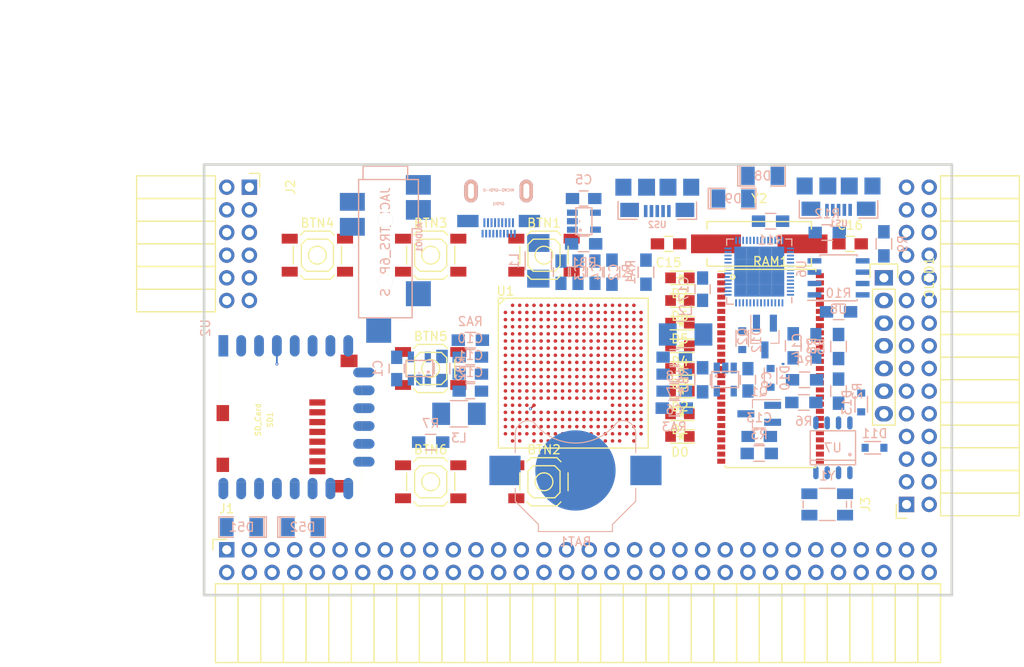
<source format=kicad_pcb>
(kicad_pcb (version 4) (host pcbnew 4.0.5+dfsg1-4)
  (layers (0 F.Cu signal) (1 In1.Cu signal) (2 In2.Cu signal) (31 B.Cu signal) (34 B.Paste user) (35 F.Paste user) (36 B.SilkS user) (37 F.SilkS user) (38 B.Mask user) (39 F.Mask user) (44 Edge.Cuts user))
  (net 0 "")
  (net 1 GND)
  (net 2 +5V)
  (net 3 /gpio/IN5V)
  (net 4 /gpio/OUT5V)
  (net 5 /gpio/P5)
  (net 6 /gpio/P6)
  (net 7 /gpio/P7)
  (net 8 /gpio/P8)
  (net 9 /gpio/P11)
  (net 10 /gpio/P12)
  (net 11 /gpio/P13)
  (net 12 /gpio/P14)
  (net 13 /gpio/P17)
  (net 14 /gpio/P18)
  (net 15 /gpio/P19)
  (net 16 /gpio/P20)
  (net 17 /gpio/P21)
  (net 18 /gpio/P22)
  (net 19 /gpio/P23)
  (net 20 /gpio/P24)
  (net 21 /gpio/P25)
  (net 22 /gpio/P26)
  (net 23 /gpio/P27)
  (net 24 /gpio/P28)
  (net 25 /gpio/P29)
  (net 26 /gpio/P30)
  (net 27 /gpio/P9)
  (net 28 /gpio/P10)
  (net 29 /gpio/P15)
  (net 30 /gpio/P16)
  (net 31 /gpio/P31)
  (net 32 /gpio/P32)
  (net 33 /gpio/P33)
  (net 34 /gpio/P34)
  (net 35 /gpio/P35)
  (net 36 /gpio/P36)
  (net 37 /gpio/P37)
  (net 38 /gpio/P38)
  (net 39 /gpio/P39)
  (net 40 /gpio/P40)
  (net 41 /gpio/P41)
  (net 42 /gpio/P42)
  (net 43 /gpio/P43)
  (net 44 /gpio/P44)
  (net 45 /gpio/P45)
  (net 46 /gpio/P46)
  (net 47 /gpio/P47)
  (net 48 /gpio/P48)
  (net 49 /gpio/P49)
  (net 50 /gpio/P50)
  (net 51 /gpio/P51)
  (net 52 /gpio/P52)
  (net 53 /gpio/P53)
  (net 54 /gpio/P54)
  (net 55 /gpio/P55)
  (net 56 /gpio/P56)
  (net 57 /gpio/P57)
  (net 58 /gpio/P58)
  (net 59 /gpio/P59)
  (net 60 /gpio/P60)
  (net 61 +3V3)
  (net 62 "Net-(L1-Pad1)")
  (net 63 "Net-(L2-Pad1)")
  (net 64 +1V2)
  (net 65 BTN_D)
  (net 66 BTN_F1)
  (net 67 BTN_F2)
  (net 68 BTN_L)
  (net 69 BTN_R)
  (net 70 BTN_U)
  (net 71 "Net-(BTN1-Pad1)")
  (net 72 /power/FB1)
  (net 73 +2V5)
  (net 74 "Net-(L3-Pad1)")
  (net 75 /power/PWREN)
  (net 76 /power/FB3)
  (net 77 /power/FB2)
  (net 78 /usb/USB5V)
  (net 79 "Net-(D9-Pad1)")
  (net 80 /power/VBAT)
  (net 81 SD_3)
  (net 82 SD_MTMS)
  (net 83 SD_MTCK)
  (net 84 SD_MTDO)
  (net 85 SD_MTDI)
  (net 86 JTAG_TDI)
  (net 87 JTAG_TCK)
  (net 88 JTAG_TMS)
  (net 89 JTAG_TDO)
  (net 90 /power/WAKEUPn)
  (net 91 /power/WKUP)
  (net 92 /power/SHUT)
  (net 93 /power/WAKE)
  (net 94 /power/HOLD)
  (net 95 /power/WKn)
  (net 96 /power/OSCI_32k)
  (net 97 /power/OSCO_32k)
  (net 98 /usb/OSCI_12M)
  (net 99 +1V8)
  (net 100 FTDI_nSUSPEND)
  (net 101 USB_FTDI_DM)
  (net 102 USB_FTDI_DP)
  (net 103 /usb/OSCO_12M)
  (net 104 "Net-(Q2-Pad3)")
  (net 105 /usb/EECLK)
  (net 106 /usb/EECS)
  (net 107 "Net-(R11-Pad2)")
  (net 108 /usb/EEDATA)
  (module Keystone_3000_1x12mm-CoinCell:Keystone_3000_1x12mm-CoinCell (layer B.Cu) (at 135.73 95.71)
    (fp_text reference BAT1 (at 0 8) (layer B.SilkS) (effects (justify mirror)))
    (fp_text value CR1225)
    (pad 1 smd rect (at -7.9 0) (size 3.5 3.3) (layers B.Cu B.Paste B.Mask) (net 80 /power/VBAT))
    (pad 1 smd rect (at 7.9 0) (size 3.5 3.3) (layers B.Cu B.Paste B.Mask) (net 80 /power/VBAT))
    (pad 2 smd circle (at 0 0) (size 9 9) (layers B.Cu B.Mask) (net 1 GND))
  )
  (module SMD_Packages:SMD-1206_Pol (layer B.Cu) (at 105.149 102.06)
    (fp_text reference D52 (at 0 0) (layer B.SilkS) (effects (justify mirror)))
    (fp_text value 2A)
    (pad 1 smd rect (at -1.651 0) (size 1.524 2.032) (layers B.Cu B.Paste B.Mask) (net 4 /gpio/OUT5V))
    (pad 2 smd rect (at 1.651 0) (size 1.524 2.032) (layers B.Cu B.Paste B.Mask))
  )
  (module SMD_Packages:SMD-1206_Pol (layer B.Cu) (at 98.291 102.06 180)
    (fp_text reference D51 (at 0 0 180) (layer B.SilkS) (effects (justify mirror)))
    (fp_text value 2A)
    (pad 1 smd rect (at -1.651 0 180) (size 1.524 2.032) (layers B.Cu B.Paste B.Mask) (net 2 +5V))
    (pad 2 smd rect (at 1.651 0 180) (size 1.524 2.032) (layers B.Cu B.Paste B.Mask) (net 3 /gpio/IN5V))
  )
  (module micro-sd:MicroSD_TF02D (layer F.Cu) (at 95.8 90.03 90)
    (fp_text reference SD1 (at 0 5.7 90) (layer F.SilkS) (effects (font (size 0.59944 0.59944) (thickness 0.12446))))
    (fp_text value SD_Card (at 0 4.35 90) (layer F.SilkS) (effects (font (size 0.59944 0.59944) (thickness 0.12446))))
    (pad 1 smd rect (at 1.94 11 90) (size 0.7 1.8) (layers F.Cu F.Paste F.Mask) (net 81 SD_3))
    (pad 2 smd rect (at 0.84 11 90) (size 0.7 1.8) (layers F.Cu F.Paste F.Mask) (net 82 SD_MTMS))
    (pad 3 smd rect (at -0.26 11 90) (size 0.7 1.8) (layers F.Cu F.Paste F.Mask) (net 1 GND))
    (pad 4 smd rect (at -1.36 11 90) (size 0.7 1.8) (layers F.Cu F.Paste F.Mask) (net 61 +3V3))
    (pad 5 smd rect (at -2.46 11 90) (size 0.7 1.8) (layers F.Cu F.Paste F.Mask) (net 83 SD_MTCK))
    (pad 6 smd rect (at -3.56 11 90) (size 0.7 1.8) (layers F.Cu F.Paste F.Mask) (net 1 GND))
    (pad 7 smd rect (at -4.66 11 90) (size 0.7 1.8) (layers F.Cu F.Paste F.Mask) (net 84 SD_MTDO))
    (pad 8 smd rect (at -5.76 11 90) (size 0.7 1.8) (layers F.Cu F.Paste F.Mask) (net 85 SD_MTDI))
    (pad S smd rect (at -5.05 0.4 90) (size 1.6 1.4) (layers F.Cu F.Paste F.Mask))
    (pad S smd rect (at 0.75 0.4 90) (size 1.8 1.4) (layers F.Cu F.Paste F.Mask))
    (pad G smd rect (at -7.45 13.55 90) (size 1.4 1.9) (layers F.Cu F.Paste F.Mask))
    (pad G smd rect (at 6.6 14.55 90) (size 1.4 1.9) (layers F.Cu F.Paste F.Mask))
  )
  (module micro-hdmi-d:MICRO-HDMI-D (layer B.Cu) (at 127.12 62.69)
    (fp_text reference GPDI1 (at -0.025 3.125) (layer B.SilkS) (effects (font (size 0.3 0.3) (thickness 0.075)) (justify mirror)))
    (fp_text value MICRO-GPDI-D (at 0 1.6) (layer B.SilkS) (effects (font (size 0.3 0.3) (thickness 0.075)) (justify mirror)))
    (pad 1 smd rect (at 1.8 6.475) (size 0.23 0.85) (layers B.Cu B.Paste B.Mask))
    (pad 3 smd rect (at 1.4 6.475) (size 0.23 0.85) (layers B.Cu B.Paste B.Mask))
    (pad 5 smd rect (at 1 6.475) (size 0.23 0.85) (layers B.Cu B.Paste B.Mask))
    (pad 7 smd rect (at 0.6 6.475) (size 0.23 0.85) (layers B.Cu B.Paste B.Mask) (net 1 GND))
    (pad 9 smd rect (at 0.2 6.475) (size 0.23 0.85) (layers B.Cu B.Paste B.Mask))
    (pad 11 smd rect (at -0.2 6.475) (size 0.23 0.85) (layers B.Cu B.Paste B.Mask))
    (pad 13 smd rect (at -0.6 6.475) (size 0.23 0.85) (layers B.Cu B.Paste B.Mask) (net 1 GND))
    (pad 15 smd rect (at -1 6.475) (size 0.23 0.85) (layers B.Cu B.Paste B.Mask))
    (pad 17 smd rect (at -1.4 6.475) (size 0.23 0.85) (layers B.Cu B.Paste B.Mask))
    (pad 19 smd rect (at -1.8 6.475) (size 0.23 0.85) (layers B.Cu B.Paste B.Mask) (net 2 +5V))
    (pad 2 smd rect (at 1.6 5.25) (size 0.23 1) (layers B.Cu B.Paste B.Mask))
    (pad 4 smd rect (at 1.2 5.25) (size 0.23 1) (layers B.Cu B.Paste B.Mask) (net 1 GND))
    (pad 6 smd rect (at 0.8 5.25) (size 0.23 1) (layers B.Cu B.Paste B.Mask))
    (pad 8 smd rect (at 0.4 5.25) (size 0.23 1) (layers B.Cu B.Paste B.Mask))
    (pad 10 smd rect (at 0 5.25) (size 0.23 1) (layers B.Cu B.Paste B.Mask) (net 1 GND))
    (pad 12 smd rect (at -0.4 5.25) (size 0.23 1) (layers B.Cu B.Paste B.Mask))
    (pad 14 smd rect (at -0.8 5.25) (size 0.23 1) (layers B.Cu B.Paste B.Mask))
    (pad 16 smd rect (at -1.2 5.25) (size 0.23 1) (layers B.Cu B.Paste B.Mask) (net 1 GND))
    (pad 18 smd rect (at -1.6 5.25) (size 0.23 1) (layers B.Cu B.Paste B.Mask))
    (pad SHD smd rect (at 3.45 5.06) (size 2.4 1.38) (layers B.Cu B.Paste B.Mask) (net 1 GND))
    (pad SHD smd rect (at -3.45 5.06) (size 2.4 1.38) (layers B.Cu B.Paste B.Mask) (net 1 GND))
    (pad "" thru_hole oval (at -3.1 1.7) (size 1.5 2.55) (drill oval 0.65 1.7) (layers *.Cu *.Mask B.SilkS))
    (pad "" thru_hole oval (at 3.1 1.7) (size 1.5 2.55) (drill oval 0.65 1.7) (layers *.Cu *.Mask B.SilkS))
  )
  (module Socket_Strips:Socket_Strip_Angled_2x32 (layer F.Cu) (at 96.64 104.6)
    (fp_text reference J1 (at 0 -4.6) (layer F.SilkS))
    (fp_text value CONN_02X32)
    (pad 1 thru_hole rect (at 0 0) (size 1.7272 1.7272) (drill 1.016) (layers *.Cu *.Mask) (net 3 /gpio/IN5V))
    (pad 2 thru_hole oval (at 0 2.54) (size 1.7272 1.7272) (drill 1.016) (layers *.Cu *.Mask) (net 4 /gpio/OUT5V))
    (pad 3 thru_hole oval (at 2.54 0) (size 1.7272 1.7272) (drill 1.016) (layers *.Cu *.Mask) (net 1 GND))
    (pad 4 thru_hole oval (at 2.54 2.54) (size 1.7272 1.7272) (drill 1.016) (layers *.Cu *.Mask) (net 1 GND))
    (pad 5 thru_hole oval (at 5.08 0) (size 1.7272 1.7272) (drill 1.016) (layers *.Cu *.Mask) (net 5 /gpio/P5))
    (pad 6 thru_hole oval (at 5.08 2.54) (size 1.7272 1.7272) (drill 1.016) (layers *.Cu *.Mask) (net 6 /gpio/P6))
    (pad 7 thru_hole oval (at 7.62 0) (size 1.7272 1.7272) (drill 1.016) (layers *.Cu *.Mask) (net 7 /gpio/P7))
    (pad 8 thru_hole oval (at 7.62 2.54) (size 1.7272 1.7272) (drill 1.016) (layers *.Cu *.Mask) (net 8 /gpio/P8))
    (pad 9 thru_hole oval (at 10.16 0) (size 1.7272 1.7272) (drill 1.016) (layers *.Cu *.Mask) (net 27 /gpio/P9))
    (pad 10 thru_hole oval (at 10.16 2.54) (size 1.7272 1.7272) (drill 1.016) (layers *.Cu *.Mask) (net 28 /gpio/P10))
    (pad 11 thru_hole oval (at 12.7 0) (size 1.7272 1.7272) (drill 1.016) (layers *.Cu *.Mask) (net 9 /gpio/P11))
    (pad 12 thru_hole oval (at 12.7 2.54) (size 1.7272 1.7272) (drill 1.016) (layers *.Cu *.Mask) (net 10 /gpio/P12))
    (pad 13 thru_hole oval (at 15.24 0) (size 1.7272 1.7272) (drill 1.016) (layers *.Cu *.Mask) (net 11 /gpio/P13))
    (pad 14 thru_hole oval (at 15.24 2.54) (size 1.7272 1.7272) (drill 1.016) (layers *.Cu *.Mask) (net 12 /gpio/P14))
    (pad 15 thru_hole oval (at 17.78 0) (size 1.7272 1.7272) (drill 1.016) (layers *.Cu *.Mask) (net 29 /gpio/P15))
    (pad 16 thru_hole oval (at 17.78 2.54) (size 1.7272 1.7272) (drill 1.016) (layers *.Cu *.Mask) (net 30 /gpio/P16))
    (pad 17 thru_hole oval (at 20.32 0) (size 1.7272 1.7272) (drill 1.016) (layers *.Cu *.Mask) (net 13 /gpio/P17))
    (pad 18 thru_hole oval (at 20.32 2.54) (size 1.7272 1.7272) (drill 1.016) (layers *.Cu *.Mask) (net 14 /gpio/P18))
    (pad 19 thru_hole oval (at 22.86 0) (size 1.7272 1.7272) (drill 1.016) (layers *.Cu *.Mask) (net 15 /gpio/P19))
    (pad 20 thru_hole oval (at 22.86 2.54) (size 1.7272 1.7272) (drill 1.016) (layers *.Cu *.Mask) (net 16 /gpio/P20))
    (pad 21 thru_hole oval (at 25.4 0) (size 1.7272 1.7272) (drill 1.016) (layers *.Cu *.Mask) (net 17 /gpio/P21))
    (pad 22 thru_hole oval (at 25.4 2.54) (size 1.7272 1.7272) (drill 1.016) (layers *.Cu *.Mask) (net 18 /gpio/P22))
    (pad 23 thru_hole oval (at 27.94 0) (size 1.7272 1.7272) (drill 1.016) (layers *.Cu *.Mask) (net 19 /gpio/P23))
    (pad 24 thru_hole oval (at 27.94 2.54) (size 1.7272 1.7272) (drill 1.016) (layers *.Cu *.Mask) (net 20 /gpio/P24))
    (pad 25 thru_hole oval (at 30.48 0) (size 1.7272 1.7272) (drill 1.016) (layers *.Cu *.Mask) (net 21 /gpio/P25))
    (pad 26 thru_hole oval (at 30.48 2.54) (size 1.7272 1.7272) (drill 1.016) (layers *.Cu *.Mask) (net 22 /gpio/P26))
    (pad 27 thru_hole oval (at 33.02 0) (size 1.7272 1.7272) (drill 1.016) (layers *.Cu *.Mask) (net 23 /gpio/P27))
    (pad 28 thru_hole oval (at 33.02 2.54) (size 1.7272 1.7272) (drill 1.016) (layers *.Cu *.Mask) (net 24 /gpio/P28))
    (pad 29 thru_hole oval (at 35.56 0) (size 1.7272 1.7272) (drill 1.016) (layers *.Cu *.Mask) (net 25 /gpio/P29))
    (pad 30 thru_hole oval (at 35.56 2.54) (size 1.7272 1.7272) (drill 1.016) (layers *.Cu *.Mask) (net 26 /gpio/P30))
    (pad 31 thru_hole oval (at 38.1 0) (size 1.7272 1.7272) (drill 1.016) (layers *.Cu *.Mask) (net 31 /gpio/P31))
    (pad 32 thru_hole oval (at 38.1 2.54) (size 1.7272 1.7272) (drill 1.016) (layers *.Cu *.Mask) (net 32 /gpio/P32))
    (pad 33 thru_hole oval (at 40.64 0) (size 1.7272 1.7272) (drill 1.016) (layers *.Cu *.Mask) (net 33 /gpio/P33))
    (pad 34 thru_hole oval (at 40.64 2.54) (size 1.7272 1.7272) (drill 1.016) (layers *.Cu *.Mask) (net 34 /gpio/P34))
    (pad 35 thru_hole oval (at 43.18 0) (size 1.7272 1.7272) (drill 1.016) (layers *.Cu *.Mask) (net 35 /gpio/P35))
    (pad 36 thru_hole oval (at 43.18 2.54) (size 1.7272 1.7272) (drill 1.016) (layers *.Cu *.Mask) (net 36 /gpio/P36))
    (pad 37 thru_hole oval (at 45.72 0) (size 1.7272 1.7272) (drill 1.016) (layers *.Cu *.Mask) (net 37 /gpio/P37))
    (pad 38 thru_hole oval (at 45.72 2.54) (size 1.7272 1.7272) (drill 1.016) (layers *.Cu *.Mask) (net 38 /gpio/P38))
    (pad 39 thru_hole oval (at 48.26 0) (size 1.7272 1.7272) (drill 1.016) (layers *.Cu *.Mask) (net 39 /gpio/P39))
    (pad 40 thru_hole oval (at 48.26 2.54) (size 1.7272 1.7272) (drill 1.016) (layers *.Cu *.Mask) (net 40 /gpio/P40))
    (pad 41 thru_hole oval (at 50.8 0) (size 1.7272 1.7272) (drill 1.016) (layers *.Cu *.Mask) (net 41 /gpio/P41))
    (pad 42 thru_hole oval (at 50.8 2.54) (size 1.7272 1.7272) (drill 1.016) (layers *.Cu *.Mask) (net 42 /gpio/P42))
    (pad 43 thru_hole oval (at 53.34 0) (size 1.7272 1.7272) (drill 1.016) (layers *.Cu *.Mask) (net 43 /gpio/P43))
    (pad 44 thru_hole oval (at 53.34 2.54) (size 1.7272 1.7272) (drill 1.016) (layers *.Cu *.Mask) (net 44 /gpio/P44))
    (pad 45 thru_hole oval (at 55.88 0) (size 1.7272 1.7272) (drill 1.016) (layers *.Cu *.Mask) (net 45 /gpio/P45))
    (pad 46 thru_hole oval (at 55.88 2.54) (size 1.7272 1.7272) (drill 1.016) (layers *.Cu *.Mask) (net 46 /gpio/P46))
    (pad 47 thru_hole oval (at 58.42 0) (size 1.7272 1.7272) (drill 1.016) (layers *.Cu *.Mask) (net 47 /gpio/P47))
    (pad 48 thru_hole oval (at 58.42 2.54) (size 1.7272 1.7272) (drill 1.016) (layers *.Cu *.Mask) (net 48 /gpio/P48))
    (pad 49 thru_hole oval (at 60.96 0) (size 1.7272 1.7272) (drill 1.016) (layers *.Cu *.Mask) (net 49 /gpio/P49))
    (pad 50 thru_hole oval (at 60.96 2.54) (size 1.7272 1.7272) (drill 1.016) (layers *.Cu *.Mask) (net 50 /gpio/P50))
    (pad 51 thru_hole oval (at 63.5 0) (size 1.7272 1.7272) (drill 1.016) (layers *.Cu *.Mask) (net 51 /gpio/P51))
    (pad 52 thru_hole oval (at 63.5 2.54) (size 1.7272 1.7272) (drill 1.016) (layers *.Cu *.Mask) (net 52 /gpio/P52))
    (pad 53 thru_hole oval (at 66.04 0) (size 1.7272 1.7272) (drill 1.016) (layers *.Cu *.Mask) (net 53 /gpio/P53))
    (pad 54 thru_hole oval (at 66.04 2.54) (size 1.7272 1.7272) (drill 1.016) (layers *.Cu *.Mask) (net 54 /gpio/P54))
    (pad 55 thru_hole oval (at 68.58 0) (size 1.7272 1.7272) (drill 1.016) (layers *.Cu *.Mask) (net 55 /gpio/P55))
    (pad 56 thru_hole oval (at 68.58 2.54) (size 1.7272 1.7272) (drill 1.016) (layers *.Cu *.Mask) (net 56 /gpio/P56))
    (pad 57 thru_hole oval (at 71.12 0) (size 1.7272 1.7272) (drill 1.016) (layers *.Cu *.Mask) (net 57 /gpio/P57))
    (pad 58 thru_hole oval (at 71.12 2.54) (size 1.7272 1.7272) (drill 1.016) (layers *.Cu *.Mask) (net 58 /gpio/P58))
    (pad 59 thru_hole oval (at 73.66 0) (size 1.7272 1.7272) (drill 1.016) (layers *.Cu *.Mask) (net 59 /gpio/P59))
    (pad 60 thru_hole oval (at 73.66 2.54) (size 1.7272 1.7272) (drill 1.016) (layers *.Cu *.Mask) (net 60 /gpio/P60))
    (pad 61 thru_hole oval (at 76.2 0) (size 1.7272 1.7272) (drill 1.016) (layers *.Cu *.Mask) (net 1 GND))
    (pad 62 thru_hole oval (at 76.2 2.54) (size 1.7272 1.7272) (drill 1.016) (layers *.Cu *.Mask) (net 1 GND))
    (pad 63 thru_hole oval (at 78.74 0) (size 1.7272 1.7272) (drill 1.016) (layers *.Cu *.Mask) (net 61 +3V3))
    (pad 64 thru_hole oval (at 78.74 2.54) (size 1.7272 1.7272) (drill 1.016) (layers *.Cu *.Mask) (net 61 +3V3))
  )
  (module Socket_Strips:Socket_Strip_Angled_2x15 (layer F.Cu) (at 172.84 99.52 90)
    (fp_text reference J3 (at 0 -4.6 90) (layer F.SilkS))
    (fp_text value CONN_02X15)
    (pad 1 thru_hole rect (at 0 0 90) (size 1.7272 1.7272) (drill 1.016) (layers *.Cu *.Mask) (net 61 +3V3))
    (pad 2 thru_hole oval (at 0 2.54 90) (size 1.7272 1.7272) (drill 1.016) (layers *.Cu *.Mask) (net 61 +3V3))
    (pad 3 thru_hole oval (at 2.54 0 90) (size 1.7272 1.7272) (drill 1.016) (layers *.Cu *.Mask) (net 1 GND))
    (pad 4 thru_hole oval (at 2.54 2.54 90) (size 1.7272 1.7272) (drill 1.016) (layers *.Cu *.Mask) (net 1 GND))
    (pad 5 thru_hole oval (at 5.08 0 90) (size 1.7272 1.7272) (drill 1.016) (layers *.Cu *.Mask))
    (pad 6 thru_hole oval (at 5.08 2.54 90) (size 1.7272 1.7272) (drill 1.016) (layers *.Cu *.Mask))
    (pad 7 thru_hole oval (at 7.62 0 90) (size 1.7272 1.7272) (drill 1.016) (layers *.Cu *.Mask))
    (pad 8 thru_hole oval (at 7.62 2.54 90) (size 1.7272 1.7272) (drill 1.016) (layers *.Cu *.Mask))
    (pad 9 thru_hole oval (at 10.16 0 90) (size 1.7272 1.7272) (drill 1.016) (layers *.Cu *.Mask))
    (pad 10 thru_hole oval (at 10.16 2.54 90) (size 1.7272 1.7272) (drill 1.016) (layers *.Cu *.Mask))
    (pad 11 thru_hole oval (at 12.7 0 90) (size 1.7272 1.7272) (drill 1.016) (layers *.Cu *.Mask))
    (pad 12 thru_hole oval (at 12.7 2.54 90) (size 1.7272 1.7272) (drill 1.016) (layers *.Cu *.Mask))
    (pad 13 thru_hole oval (at 15.24 0 90) (size 1.7272 1.7272) (drill 1.016) (layers *.Cu *.Mask))
    (pad 14 thru_hole oval (at 15.24 2.54 90) (size 1.7272 1.7272) (drill 1.016) (layers *.Cu *.Mask))
    (pad 15 thru_hole oval (at 17.78 0 90) (size 1.7272 1.7272) (drill 1.016) (layers *.Cu *.Mask))
    (pad 16 thru_hole oval (at 17.78 2.54 90) (size 1.7272 1.7272) (drill 1.016) (layers *.Cu *.Mask))
    (pad 17 thru_hole oval (at 20.32 0 90) (size 1.7272 1.7272) (drill 1.016) (layers *.Cu *.Mask))
    (pad 18 thru_hole oval (at 20.32 2.54 90) (size 1.7272 1.7272) (drill 1.016) (layers *.Cu *.Mask))
    (pad 19 thru_hole oval (at 22.86 0 90) (size 1.7272 1.7272) (drill 1.016) (layers *.Cu *.Mask) (net 61 +3V3))
    (pad 20 thru_hole oval (at 22.86 2.54 90) (size 1.7272 1.7272) (drill 1.016) (layers *.Cu *.Mask) (net 61 +3V3))
    (pad 21 thru_hole oval (at 25.4 0 90) (size 1.7272 1.7272) (drill 1.016) (layers *.Cu *.Mask) (net 1 GND))
    (pad 22 thru_hole oval (at 25.4 2.54 90) (size 1.7272 1.7272) (drill 1.016) (layers *.Cu *.Mask) (net 1 GND))
    (pad 23 thru_hole oval (at 27.94 0 90) (size 1.7272 1.7272) (drill 1.016) (layers *.Cu *.Mask))
    (pad 24 thru_hole oval (at 27.94 2.54 90) (size 1.7272 1.7272) (drill 1.016) (layers *.Cu *.Mask))
    (pad 25 thru_hole oval (at 30.48 0 90) (size 1.7272 1.7272) (drill 1.016) (layers *.Cu *.Mask))
    (pad 26 thru_hole oval (at 30.48 2.54 90) (size 1.7272 1.7272) (drill 1.016) (layers *.Cu *.Mask))
    (pad 27 thru_hole oval (at 33.02 0 90) (size 1.7272 1.7272) (drill 1.016) (layers *.Cu *.Mask))
    (pad 28 thru_hole oval (at 33.02 2.54 90) (size 1.7272 1.7272) (drill 1.016) (layers *.Cu *.Mask))
    (pad 29 thru_hole oval (at 35.56 0 90) (size 1.7272 1.7272) (drill 1.016) (layers *.Cu *.Mask))
    (pad 30 thru_hole oval (at 35.56 2.54 90) (size 1.7272 1.7272) (drill 1.016) (layers *.Cu *.Mask))
  )
  (module Socket_Strips:Socket_Strip_Angled_2x06 (layer F.Cu) (at 99.18 63.96 270)
    (fp_text reference J2 (at 0 -4.6 270) (layer F.SilkS))
    (fp_text value CONN_02X06)
    (pad 1 thru_hole rect (at 0 0 270) (size 1.7272 1.7272) (drill 1.016) (layers *.Cu *.Mask) (net 61 +3V3))
    (pad 2 thru_hole oval (at 0 2.54 270) (size 1.7272 1.7272) (drill 1.016) (layers *.Cu *.Mask) (net 61 +3V3))
    (pad 3 thru_hole oval (at 2.54 0 270) (size 1.7272 1.7272) (drill 1.016) (layers *.Cu *.Mask) (net 1 GND))
    (pad 4 thru_hole oval (at 2.54 2.54 270) (size 1.7272 1.7272) (drill 1.016) (layers *.Cu *.Mask) (net 1 GND))
    (pad 5 thru_hole oval (at 5.08 0 270) (size 1.7272 1.7272) (drill 1.016) (layers *.Cu *.Mask))
    (pad 6 thru_hole oval (at 5.08 2.54 270) (size 1.7272 1.7272) (drill 1.016) (layers *.Cu *.Mask))
    (pad 7 thru_hole oval (at 7.62 0 270) (size 1.7272 1.7272) (drill 1.016) (layers *.Cu *.Mask))
    (pad 8 thru_hole oval (at 7.62 2.54 270) (size 1.7272 1.7272) (drill 1.016) (layers *.Cu *.Mask))
    (pad 9 thru_hole oval (at 10.16 0 270) (size 1.7272 1.7272) (drill 1.016) (layers *.Cu *.Mask))
    (pad 10 thru_hole oval (at 10.16 2.54 270) (size 1.7272 1.7272) (drill 1.016) (layers *.Cu *.Mask))
    (pad 11 thru_hole oval (at 12.7 0 270) (size 1.7272 1.7272) (drill 1.016) (layers *.Cu *.Mask))
    (pad 12 thru_hole oval (at 12.7 2.54 270) (size 1.7272 1.7272) (drill 1.016) (layers *.Cu *.Mask))
  )
  (module Capacitors_SMD:C_0805_HandSoldering (layer B.Cu) (at 137.915 73.485 90)
    (fp_text reference C2 (at 0 2.1 90) (layer B.SilkS) (effects (justify mirror)))
    (fp_text value 470pF)
    (pad 1 smd rect (at -1.25 0 90) (size 1.5 1.25) (layers B.Cu B.Paste B.Mask) (net 64 +1V2))
    (pad 2 smd rect (at 1.25 0 90) (size 1.5 1.25) (layers B.Cu B.Paste B.Mask) (net 72 /power/FB1))
  )
  (module Resistors_SMD:R_1210_HandSoldering (layer B.Cu) (at 131.565 72.215 270)
    (fp_text reference L1 (at 0 2.7 270) (layer B.SilkS) (effects (justify mirror)))
    (fp_text value 2.2uH)
    (pad 1 smd rect (at -2 0 270) (size 2 2.5) (layers B.Cu B.Paste B.Mask) (net 62 "Net-(L1-Pad1)"))
    (pad 2 smd rect (at 2 0 270) (size 2 2.5) (layers B.Cu B.Paste B.Mask) (net 64 +1V2))
  )
  (module Resistors_SMD:R_0805_HandSoldering (layer B.Cu) (at 139.82 73.485 90)
    (fp_text reference RA1 (at 0 2.1 90) (layer B.SilkS) (effects (justify mirror)))
    (fp_text value 15k)
    (pad 1 smd rect (at -1.35 0 90) (size 1.5 1.3) (layers B.Cu B.Paste B.Mask) (net 64 +1V2))
    (pad 2 smd rect (at 1.35 0 90) (size 1.5 1.3) (layers B.Cu B.Paste B.Mask) (net 72 /power/FB1))
  )
  (module Resistors_SMD:R_0805_HandSoldering (layer B.Cu) (at 136.645 70.31)
    (fp_text reference RB1 (at 0 2.1) (layer B.SilkS) (effects (justify mirror)))
    (fp_text value 15k)
    (pad 1 smd rect (at -1.35 0) (size 1.5 1.3) (layers B.Cu B.Paste B.Mask) (net 1 GND))
    (pad 2 smd rect (at 1.35 0) (size 1.5 1.3) (layers B.Cu B.Paste B.Mask) (net 72 /power/FB1))
  )
  (module TSOT-25:TSOT-25 (layer B.Cu) (at 136.675 67.77 90)
    (fp_text reference U3 (at 0 -0.5 90) (layer B.SilkS) (effects (font (size 0.15 0.15) (thickness 0.0375)) (justify mirror)))
    (fp_text value AP3429A)
    (pad 1 smd rect (at -0.95 -1.3 90) (size 0.7 1.2) (layers B.Cu B.Paste B.Mask) (net 75 /power/PWREN))
    (pad 2 smd rect (at 0 -1.3 90) (size 0.7 1.2) (layers B.Cu B.Paste B.Mask) (net 1 GND))
    (pad 3 smd rect (at 0.95 -1.3 90) (size 0.7 1.2) (layers B.Cu B.Paste B.Mask) (net 62 "Net-(L1-Pad1)"))
    (pad 4 smd rect (at 0.95 1.3 90) (size 0.7 1.2) (layers B.Cu B.Paste B.Mask) (net 2 +5V))
    (pad 5 smd rect (at -0.95 1.3 90) (size 0.7 1.2) (layers B.Cu B.Paste B.Mask) (net 72 /power/FB1))
  )
  (module Capacitors_SMD:C_0805_HandSoldering (layer B.Cu) (at 146.805 86.82)
    (fp_text reference C6 (at 0 2.1) (layer B.SilkS) (effects (justify mirror)))
    (fp_text value 470pF)
    (pad 1 smd rect (at -1.25 0) (size 1.5 1.25) (layers B.Cu B.Paste B.Mask) (net 61 +3V3))
    (pad 2 smd rect (at 1.25 0) (size 1.5 1.25) (layers B.Cu B.Paste B.Mask) (net 76 /power/FB3))
  )
  (module Resistors_SMD:R_1210_HandSoldering (layer B.Cu) (at 148.075 80.47 180)
    (fp_text reference L2 (at 0 2.7 180) (layer B.SilkS) (effects (justify mirror)))
    (fp_text value 2.2uH)
    (pad 1 smd rect (at -2 0 180) (size 2 2.5) (layers B.Cu B.Paste B.Mask) (net 63 "Net-(L2-Pad1)"))
    (pad 2 smd rect (at 2 0 180) (size 2 2.5) (layers B.Cu B.Paste B.Mask) (net 61 +3V3))
  )
  (module Resistors_SMD:R_0805_HandSoldering (layer B.Cu) (at 146.805 88.725)
    (fp_text reference RA3 (at 0 2.1) (layer B.SilkS) (effects (justify mirror)))
    (fp_text value 15k)
    (pad 1 smd rect (at -1.35 0) (size 1.5 1.3) (layers B.Cu B.Paste B.Mask) (net 61 +3V3))
    (pad 2 smd rect (at 1.35 0) (size 1.5 1.3) (layers B.Cu B.Paste B.Mask) (net 76 /power/FB3))
  )
  (module Resistors_SMD:R_0805_HandSoldering (layer B.Cu) (at 149.98 85.55 270)
    (fp_text reference RB3 (at 0 2.1 270) (layer B.SilkS) (effects (justify mirror)))
    (fp_text value 3.3k)
    (pad 1 smd rect (at -1.35 0 270) (size 1.5 1.3) (layers B.Cu B.Paste B.Mask) (net 1 GND))
    (pad 2 smd rect (at 1.35 0 270) (size 1.5 1.3) (layers B.Cu B.Paste B.Mask) (net 76 /power/FB3))
  )
  (module TSOT-25:TSOT-25 (layer B.Cu) (at 152.52 85.52)
    (fp_text reference U4 (at 0 -0.5) (layer B.SilkS) (effects (font (size 0.15 0.15) (thickness 0.0375)) (justify mirror)))
    (fp_text value AP3429A)
    (pad 1 smd rect (at -0.95 -1.3) (size 0.7 1.2) (layers B.Cu B.Paste B.Mask) (net 75 /power/PWREN))
    (pad 2 smd rect (at 0 -1.3) (size 0.7 1.2) (layers B.Cu B.Paste B.Mask) (net 1 GND))
    (pad 3 smd rect (at 0.95 -1.3) (size 0.7 1.2) (layers B.Cu B.Paste B.Mask) (net 63 "Net-(L2-Pad1)"))
    (pad 4 smd rect (at 0.95 1.3) (size 0.7 1.2) (layers B.Cu B.Paste B.Mask) (net 2 +5V))
    (pad 5 smd rect (at -0.95 1.3) (size 0.7 1.2) (layers B.Cu B.Paste B.Mask) (net 76 /power/FB3))
  )
  (module Buttons_Switches_SMD:SW_SPST_SKQG (layer F.Cu) (at 132.2 71.58)
    (fp_text reference BTN1 (at 0 -3.6) (layer F.SilkS))
    (fp_text value FIRE1)
    (pad 1 smd rect (at -3.1 -1.85) (size 1.8 1.1) (layers F.Cu F.Paste F.Mask) (net 71 "Net-(BTN1-Pad1)"))
    (pad 1 smd rect (at 3.1 -1.85) (size 1.8 1.1) (layers F.Cu F.Paste F.Mask) (net 71 "Net-(BTN1-Pad1)"))
    (pad 2 smd rect (at -3.1 1.85) (size 1.8 1.1) (layers F.Cu F.Paste F.Mask) (net 66 BTN_F1))
    (pad 2 smd rect (at 3.1 1.85) (size 1.8 1.1) (layers F.Cu F.Paste F.Mask) (net 66 BTN_F1))
  )
  (module Buttons_Switches_SMD:SW_SPST_SKQG (layer F.Cu) (at 132.2 96.98)
    (fp_text reference BTN2 (at 0 -3.6) (layer F.SilkS))
    (fp_text value FIRE2)
    (pad 1 smd rect (at -3.1 -1.85) (size 1.8 1.1) (layers F.Cu F.Paste F.Mask) (net 71 "Net-(BTN1-Pad1)"))
    (pad 1 smd rect (at 3.1 -1.85) (size 1.8 1.1) (layers F.Cu F.Paste F.Mask) (net 71 "Net-(BTN1-Pad1)"))
    (pad 2 smd rect (at -3.1 1.85) (size 1.8 1.1) (layers F.Cu F.Paste F.Mask) (net 67 BTN_F2))
    (pad 2 smd rect (at 3.1 1.85) (size 1.8 1.1) (layers F.Cu F.Paste F.Mask) (net 67 BTN_F2))
  )
  (module Buttons_Switches_SMD:SW_SPST_SKQG (layer F.Cu) (at 119.5 71.58)
    (fp_text reference BTN3 (at 0 -3.6) (layer F.SilkS))
    (fp_text value UP)
    (pad 1 smd rect (at -3.1 -1.85) (size 1.8 1.1) (layers F.Cu F.Paste F.Mask) (net 71 "Net-(BTN1-Pad1)"))
    (pad 1 smd rect (at 3.1 -1.85) (size 1.8 1.1) (layers F.Cu F.Paste F.Mask) (net 71 "Net-(BTN1-Pad1)"))
    (pad 2 smd rect (at -3.1 1.85) (size 1.8 1.1) (layers F.Cu F.Paste F.Mask) (net 70 BTN_U))
    (pad 2 smd rect (at 3.1 1.85) (size 1.8 1.1) (layers F.Cu F.Paste F.Mask) (net 70 BTN_U))
  )
  (module Buttons_Switches_SMD:SW_SPST_SKQG (layer F.Cu) (at 106.8 71.58)
    (fp_text reference BTN4 (at 0 -3.6) (layer F.SilkS))
    (fp_text value DOWN)
    (pad 1 smd rect (at -3.1 -1.85) (size 1.8 1.1) (layers F.Cu F.Paste F.Mask) (net 71 "Net-(BTN1-Pad1)"))
    (pad 1 smd rect (at 3.1 -1.85) (size 1.8 1.1) (layers F.Cu F.Paste F.Mask) (net 71 "Net-(BTN1-Pad1)"))
    (pad 2 smd rect (at -3.1 1.85) (size 1.8 1.1) (layers F.Cu F.Paste F.Mask) (net 65 BTN_D))
    (pad 2 smd rect (at 3.1 1.85) (size 1.8 1.1) (layers F.Cu F.Paste F.Mask) (net 65 BTN_D))
  )
  (module Buttons_Switches_SMD:SW_SPST_SKQG (layer F.Cu) (at 119.5 84.28)
    (fp_text reference BTN5 (at 0 -3.6) (layer F.SilkS))
    (fp_text value LEFT)
    (pad 1 smd rect (at -3.1 -1.85) (size 1.8 1.1) (layers F.Cu F.Paste F.Mask) (net 71 "Net-(BTN1-Pad1)"))
    (pad 1 smd rect (at 3.1 -1.85) (size 1.8 1.1) (layers F.Cu F.Paste F.Mask) (net 71 "Net-(BTN1-Pad1)"))
    (pad 2 smd rect (at -3.1 1.85) (size 1.8 1.1) (layers F.Cu F.Paste F.Mask) (net 68 BTN_L))
    (pad 2 smd rect (at 3.1 1.85) (size 1.8 1.1) (layers F.Cu F.Paste F.Mask) (net 68 BTN_L))
  )
  (module Buttons_Switches_SMD:SW_SPST_SKQG (layer F.Cu) (at 119.5 96.98)
    (fp_text reference BTN6 (at 0 -3.6) (layer F.SilkS))
    (fp_text value RIGHT)
    (pad 1 smd rect (at -3.1 -1.85) (size 1.8 1.1) (layers F.Cu F.Paste F.Mask) (net 71 "Net-(BTN1-Pad1)"))
    (pad 1 smd rect (at 3.1 -1.85) (size 1.8 1.1) (layers F.Cu F.Paste F.Mask) (net 71 "Net-(BTN1-Pad1)"))
    (pad 2 smd rect (at -3.1 1.85) (size 1.8 1.1) (layers F.Cu F.Paste F.Mask) (net 69 BTN_R))
    (pad 2 smd rect (at 3.1 1.85) (size 1.8 1.1) (layers F.Cu F.Paste F.Mask) (net 69 BTN_R))
  )
  (module LEDs:LED_0805 (layer F.Cu) (at 147.44 91.9 180)
    (fp_text reference D0 (at 0 -1.75 180) (layer F.SilkS))
    (fp_text value LED)
    (pad 2 smd rect (at 1.04902 0) (size 1.19888 1.19888) (layers F.Cu F.Paste F.Mask))
    (pad 1 smd rect (at -1.04902 0) (size 1.19888 1.19888) (layers F.Cu F.Paste F.Mask) (net 1 GND))
  )
  (module LEDs:LED_0805 (layer F.Cu) (at 147.44 89.36 180)
    (fp_text reference D1 (at 0 -1.75 180) (layer F.SilkS))
    (fp_text value LED)
    (pad 2 smd rect (at 1.04902 0) (size 1.19888 1.19888) (layers F.Cu F.Paste F.Mask))
    (pad 1 smd rect (at -1.04902 0) (size 1.19888 1.19888) (layers F.Cu F.Paste F.Mask) (net 1 GND))
  )
  (module LEDs:LED_0805 (layer F.Cu) (at 147.44 86.82 180)
    (fp_text reference D2 (at 0 -1.75 180) (layer F.SilkS))
    (fp_text value LED)
    (pad 2 smd rect (at 1.04902 0) (size 1.19888 1.19888) (layers F.Cu F.Paste F.Mask))
    (pad 1 smd rect (at -1.04902 0) (size 1.19888 1.19888) (layers F.Cu F.Paste F.Mask) (net 1 GND))
  )
  (module LEDs:LED_0805 (layer F.Cu) (at 147.44 84.28 180)
    (fp_text reference D3 (at 0 -1.75 180) (layer F.SilkS))
    (fp_text value LED)
    (pad 2 smd rect (at 1.04902 0) (size 1.19888 1.19888) (layers F.Cu F.Paste F.Mask))
    (pad 1 smd rect (at -1.04902 0) (size 1.19888 1.19888) (layers F.Cu F.Paste F.Mask) (net 1 GND))
  )
  (module LEDs:LED_0805 (layer F.Cu) (at 147.44 81.74 180)
    (fp_text reference D4 (at 0 -1.75 180) (layer F.SilkS))
    (fp_text value LED)
    (pad 2 smd rect (at 1.04902 0) (size 1.19888 1.19888) (layers F.Cu F.Paste F.Mask))
    (pad 1 smd rect (at -1.04902 0) (size 1.19888 1.19888) (layers F.Cu F.Paste F.Mask) (net 1 GND))
  )
  (module LEDs:LED_0805 (layer F.Cu) (at 147.44 79.2 180)
    (fp_text reference D5 (at 0 -1.75 180) (layer F.SilkS))
    (fp_text value LED)
    (pad 2 smd rect (at 1.04902 0) (size 1.19888 1.19888) (layers F.Cu F.Paste F.Mask))
    (pad 1 smd rect (at -1.04902 0) (size 1.19888 1.19888) (layers F.Cu F.Paste F.Mask) (net 1 GND))
  )
  (module LEDs:LED_0805 (layer F.Cu) (at 147.44 76.66 180)
    (fp_text reference D6 (at 0 -1.75 180) (layer F.SilkS))
    (fp_text value LED)
    (pad 2 smd rect (at 1.04902 0) (size 1.19888 1.19888) (layers F.Cu F.Paste F.Mask))
    (pad 1 smd rect (at -1.04902 0) (size 1.19888 1.19888) (layers F.Cu F.Paste F.Mask) (net 1 GND))
  )
  (module LEDs:LED_0805 (layer F.Cu) (at 147.44 74.12 180)
    (fp_text reference D7 (at 0 -1.75 180) (layer F.SilkS))
    (fp_text value LED)
    (pad 2 smd rect (at 1.04902 0) (size 1.19888 1.19888) (layers F.Cu F.Paste F.Mask))
    (pad 1 smd rect (at -1.04902 0) (size 1.19888 1.19888) (layers F.Cu F.Paste F.Mask) (net 1 GND))
  )
  (module Socket_Strips:Socket_Strip_Straight_1x07 (layer F.Cu) (at 170.3 74.12 270)
    (fp_text reference OLED1 (at 0 -5.1 270) (layer F.SilkS))
    (fp_text value CONN_01X07)
    (pad 1 thru_hole rect (at 0 0 270) (size 1.7272 2.032) (drill 1.016) (layers *.Cu *.Mask) (net 1 GND))
    (pad 2 thru_hole oval (at 2.54 0 270) (size 1.7272 2.032) (drill 1.016) (layers *.Cu *.Mask) (net 61 +3V3))
    (pad 3 thru_hole oval (at 5.08 0 270) (size 1.7272 2.032) (drill 1.016) (layers *.Cu *.Mask))
    (pad 4 thru_hole oval (at 7.62 0 270) (size 1.7272 2.032) (drill 1.016) (layers *.Cu *.Mask))
    (pad 5 thru_hole oval (at 10.16 0 270) (size 1.7272 2.032) (drill 1.016) (layers *.Cu *.Mask))
    (pad 6 thru_hole oval (at 12.7 0 270) (size 1.7272 2.032) (drill 1.016) (layers *.Cu *.Mask))
    (pad 7 thru_hole oval (at 15.24 0 270) (size 1.7272 2.032) (drill 1.016) (layers *.Cu *.Mask))
  )
  (module Resistors_SMD:R_0805_HandSoldering (layer B.Cu) (at 119.5 92.535 180)
    (fp_text reference R7 (at 0 2.1 180) (layer B.SilkS) (effects (justify mirror)))
    (fp_text value 220)
    (pad 1 smd rect (at -1.35 0 180) (size 1.5 1.3) (layers B.Cu B.Paste B.Mask) (net 61 +3V3))
    (pad 2 smd rect (at 1.35 0 180) (size 1.5 1.3) (layers B.Cu B.Paste B.Mask) (net 71 "Net-(BTN1-Pad1)"))
  )
  (module Capacitors_SMD:C_0805_HandSoldering (layer B.Cu) (at 123.945 83.01 180)
    (fp_text reference C10 (at 0 2.1 180) (layer B.SilkS) (effects (justify mirror)))
    (fp_text value 470pF)
    (pad 1 smd rect (at -1.25 0 180) (size 1.5 1.25) (layers B.Cu B.Paste B.Mask) (net 73 +2V5))
    (pad 2 smd rect (at 1.25 0 180) (size 1.5 1.25) (layers B.Cu B.Paste B.Mask) (net 77 /power/FB2))
  )
  (module Resistors_SMD:R_1210_HandSoldering (layer B.Cu) (at 122.675 89.36)
    (fp_text reference L3 (at 0 2.7) (layer B.SilkS) (effects (justify mirror)))
    (fp_text value 2.2uH)
    (pad 1 smd rect (at -2 0) (size 2 2.5) (layers B.Cu B.Paste B.Mask) (net 74 "Net-(L3-Pad1)"))
    (pad 2 smd rect (at 2 0) (size 2 2.5) (layers B.Cu B.Paste B.Mask) (net 73 +2V5))
  )
  (module Resistors_SMD:R_0805_HandSoldering (layer B.Cu) (at 143.63 73.485 270)
    (fp_text reference R1 (at 0 2.1 270) (layer B.SilkS) (effects (justify mirror)))
    (fp_text value 15k)
    (pad 1 smd rect (at -1.35 0 270) (size 1.5 1.3) (layers B.Cu B.Paste B.Mask) (net 93 /power/WAKE))
    (pad 2 smd rect (at 1.35 0 270) (size 1.5 1.3) (layers B.Cu B.Paste B.Mask) (net 75 /power/PWREN))
  )
  (module Resistors_SMD:R_0805_HandSoldering (layer B.Cu) (at 123.945 81.105 180)
    (fp_text reference RA2 (at 0 2.1 180) (layer B.SilkS) (effects (justify mirror)))
    (fp_text value 15k)
    (pad 1 smd rect (at -1.35 0 180) (size 1.5 1.3) (layers B.Cu B.Paste B.Mask) (net 73 +2V5))
    (pad 2 smd rect (at 1.35 0 180) (size 1.5 1.3) (layers B.Cu B.Paste B.Mask) (net 77 /power/FB2))
  )
  (module Resistors_SMD:R_0805_HandSoldering (layer B.Cu) (at 120.77 84.28 90)
    (fp_text reference RB2 (at 0 2.1 90) (layer B.SilkS) (effects (justify mirror)))
    (fp_text value 4.7k)
    (pad 1 smd rect (at -1.35 0 90) (size 1.5 1.3) (layers B.Cu B.Paste B.Mask) (net 1 GND))
    (pad 2 smd rect (at 1.35 0 90) (size 1.5 1.3) (layers B.Cu B.Paste B.Mask) (net 77 /power/FB2))
  )
  (module TSOT-25:TSOT-25 (layer B.Cu) (at 118.23 84.28 180)
    (fp_text reference U5 (at 0 -0.5 180) (layer B.SilkS) (effects (font (size 0.15 0.15) (thickness 0.0375)) (justify mirror)))
    (fp_text value AP3429A)
    (pad 1 smd rect (at -0.95 -1.3 180) (size 0.7 1.2) (layers B.Cu B.Paste B.Mask) (net 75 /power/PWREN))
    (pad 2 smd rect (at 0 -1.3 180) (size 0.7 1.2) (layers B.Cu B.Paste B.Mask) (net 1 GND))
    (pad 3 smd rect (at 0.95 -1.3 180) (size 0.7 1.2) (layers B.Cu B.Paste B.Mask) (net 74 "Net-(L3-Pad1)"))
    (pad 4 smd rect (at 0.95 1.3 180) (size 0.7 1.2) (layers B.Cu B.Paste B.Mask) (net 2 +5V))
    (pad 5 smd rect (at -0.95 1.3 180) (size 0.7 1.2) (layers B.Cu B.Paste B.Mask) (net 77 /power/FB2))
  )
  (module Capacitors_SMD:C_0805_HandSoldering (layer B.Cu) (at 115.69 84.28 270)
    (fp_text reference C1 (at 0 2.1 270) (layer B.SilkS) (effects (justify mirror)))
    (fp_text value 22uF)
    (pad 1 smd rect (at -1.25 0 270) (size 1.5 1.25) (layers B.Cu B.Paste B.Mask) (net 2 +5V))
    (pad 2 smd rect (at 1.25 0 270) (size 1.5 1.25) (layers B.Cu B.Paste B.Mask) (net 1 GND))
  )
  (module Capacitors_SMD:C_0805_HandSoldering (layer B.Cu) (at 134.105 73.485 90)
    (fp_text reference C3 (at 0 2.1 90) (layer B.SilkS) (effects (justify mirror)))
    (fp_text value 22uF)
    (pad 1 smd rect (at -1.25 0 90) (size 1.5 1.25) (layers B.Cu B.Paste B.Mask) (net 64 +1V2))
    (pad 2 smd rect (at 1.25 0 90) (size 1.5 1.25) (layers B.Cu B.Paste B.Mask) (net 1 GND))
  )
  (module Capacitors_SMD:C_0805_HandSoldering (layer B.Cu) (at 136.01 73.485 90)
    (fp_text reference C4 (at 0 2.1 90) (layer B.SilkS) (effects (justify mirror)))
    (fp_text value 22uF)
    (pad 1 smd rect (at -1.25 0 90) (size 1.5 1.25) (layers B.Cu B.Paste B.Mask) (net 64 +1V2))
    (pad 2 smd rect (at 1.25 0 90) (size 1.5 1.25) (layers B.Cu B.Paste B.Mask) (net 1 GND))
  )
  (module Capacitors_SMD:C_0805_HandSoldering (layer B.Cu) (at 136.645 65.23 180)
    (fp_text reference C5 (at 0 2.1 180) (layer B.SilkS) (effects (justify mirror)))
    (fp_text value 22uF)
    (pad 1 smd rect (at -1.25 0 180) (size 1.5 1.25) (layers B.Cu B.Paste B.Mask) (net 2 +5V))
    (pad 2 smd rect (at 1.25 0 180) (size 1.5 1.25) (layers B.Cu B.Paste B.Mask) (net 1 GND))
  )
  (module Capacitors_SMD:C_0805_HandSoldering (layer B.Cu) (at 146.805 84.915)
    (fp_text reference C7 (at 0 2.1) (layer B.SilkS) (effects (justify mirror)))
    (fp_text value 22uF)
    (pad 1 smd rect (at -1.25 0) (size 1.5 1.25) (layers B.Cu B.Paste B.Mask) (net 61 +3V3))
    (pad 2 smd rect (at 1.25 0) (size 1.5 1.25) (layers B.Cu B.Paste B.Mask) (net 1 GND))
  )
  (module Capacitors_SMD:C_0805_HandSoldering (layer B.Cu) (at 146.805 83.01)
    (fp_text reference C8 (at 0 2.1) (layer B.SilkS) (effects (justify mirror)))
    (fp_text value 22uF)
    (pad 1 smd rect (at -1.25 0) (size 1.5 1.25) (layers B.Cu B.Paste B.Mask) (net 61 +3V3))
    (pad 2 smd rect (at 1.25 0) (size 1.5 1.25) (layers B.Cu B.Paste B.Mask) (net 1 GND))
  )
  (module Capacitors_SMD:C_0805_HandSoldering (layer B.Cu) (at 155.06 85.55 90)
    (fp_text reference C9 (at 0 2.1 90) (layer B.SilkS) (effects (justify mirror)))
    (fp_text value 22uF)
    (pad 1 smd rect (at -1.25 0 90) (size 1.5 1.25) (layers B.Cu B.Paste B.Mask) (net 2 +5V))
    (pad 2 smd rect (at 1.25 0 90) (size 1.5 1.25) (layers B.Cu B.Paste B.Mask) (net 1 GND))
  )
  (module Capacitors_SMD:C_0805_HandSoldering (layer B.Cu) (at 123.945 84.915 180)
    (fp_text reference C11 (at 0 2.1 180) (layer B.SilkS) (effects (justify mirror)))
    (fp_text value 22uF)
    (pad 1 smd rect (at -1.25 0 180) (size 1.5 1.25) (layers B.Cu B.Paste B.Mask) (net 73 +2V5))
    (pad 2 smd rect (at 1.25 0 180) (size 1.5 1.25) (layers B.Cu B.Paste B.Mask) (net 1 GND))
  )
  (module Capacitors_SMD:C_0805_HandSoldering (layer B.Cu) (at 123.945 86.82 180)
    (fp_text reference C12 (at 0 2.1 180) (layer B.SilkS) (effects (justify mirror)))
    (fp_text value 22uF)
    (pad 1 smd rect (at -1.25 0 180) (size 1.5 1.25) (layers B.Cu B.Paste B.Mask) (net 73 +2V5))
    (pad 2 smd rect (at 1.25 0 180) (size 1.5 1.25) (layers B.Cu B.Paste B.Mask) (net 1 GND))
  )
  (module SMD_Packages:SMD-1206_Pol (layer B.Cu) (at 156.711 62.69)
    (fp_text reference D8 (at 0 0) (layer B.SilkS) (effects (justify mirror)))
    (fp_text value 2A)
    (pad 1 smd rect (at -1.651 0) (size 1.524 2.032) (layers B.Cu B.Paste B.Mask) (net 2 +5V))
    (pad 2 smd rect (at 1.651 0) (size 1.524 2.032) (layers B.Cu B.Paste B.Mask) (net 78 /usb/USB5V))
  )
  (module SMD_Packages:SMD-1206_Pol (layer B.Cu) (at 153.409 65.23)
    (fp_text reference D9 (at 0 0) (layer B.SilkS) (effects (justify mirror)))
    (fp_text value 2A)
    (pad 1 smd rect (at -1.651 0) (size 1.524 2.032) (layers B.Cu B.Paste B.Mask) (net 79 "Net-(D9-Pad1)"))
    (pad 2 smd rect (at 1.651 0) (size 1.524 2.032) (layers B.Cu B.Paste B.Mask) (net 2 +5V))
  )
  (module Power_Integrations:SO-8 (layer B.Cu) (at 164.585 93.17 180)
    (fp_text reference U7 (at 0 0 180) (layer B.SilkS) (effects (justify mirror)))
    (fp_text value PCF8523)
    (pad 1 smd oval (at -1.905 -2.794 180) (size 0.6096 1.4732) (layers B.Cu B.Paste B.Mask) (net 96 /power/OSCI_32k))
    (pad 2 smd oval (at -0.635 -2.794 180) (size 0.6096 1.4732) (layers B.Cu B.Paste B.Mask) (net 97 /power/OSCO_32k))
    (pad 3 smd oval (at 0.635 -2.794 180) (size 0.6096 1.4732) (layers B.Cu B.Paste B.Mask) (net 80 /power/VBAT))
    (pad 4 smd oval (at 1.905 -2.794 180) (size 0.6096 1.4732) (layers B.Cu B.Paste B.Mask) (net 1 GND))
    (pad 5 smd oval (at 1.905 2.794 180) (size 0.6096 1.4732) (layers B.Cu B.Paste B.Mask))
    (pad 6 smd oval (at 0.635 2.794 180) (size 0.6096 1.4732) (layers B.Cu B.Paste B.Mask))
    (pad 7 smd oval (at -0.635 2.794 180) (size 0.6096 1.4732) (layers B.Cu B.Paste B.Mask) (net 90 /power/WAKEUPn))
    (pad 8 smd oval (at -1.905 2.794 180) (size 0.6096 1.4732) (layers B.Cu B.Paste B.Mask) (net 73 +2V5))
  )
  (module ESP8266:ESP-12E (layer B.Cu) (at 96.26 81.74 270)
    (fp_text reference U2 (at -2 2 270) (layer B.SilkS) (effects (justify mirror)))
    (fp_text value ESP-12E)
    (pad 9 smd oval (at 2.99 -15.75 180) (size 2.4 1.1) (layers B.Cu B.Paste B.Mask) (net 84 SD_MTDO))
    (pad 10 smd oval (at 4.99 -15.75 180) (size 2.4 1.1) (layers B.Cu B.Paste B.Mask) (net 85 SD_MTDI))
    (pad 11 smd oval (at 6.99 -15.75 180) (size 2.4 1.1) (layers B.Cu B.Paste B.Mask) (net 81 SD_3))
    (pad 12 smd oval (at 8.99 -15.75 180) (size 2.4 1.1) (layers B.Cu B.Paste B.Mask) (net 82 SD_MTMS))
    (pad 13 smd oval (at 10.99 -15.75 180) (size 2.4 1.1) (layers B.Cu B.Paste B.Mask) (net 83 SD_MTCK))
    (pad 14 smd oval (at 12.99 -15.75 180) (size 2.4 1.1) (layers B.Cu B.Paste B.Mask))
    (pad 1 smd rect (at 0 0 270) (size 2.4 1.1) (layers B.Cu B.Paste B.Mask))
    (pad 2 smd oval (at 0 -2 270) (size 2.4 1.1) (layers B.Cu B.Paste B.Mask))
    (pad 3 smd oval (at 0 -4 270) (size 2.4 1.1) (layers B.Cu B.Paste B.Mask))
    (pad 4 smd oval (at 0 -6 270) (size 2.4 1.1) (layers B.Cu B.Paste B.Mask) (net 86 JTAG_TDI))
    (pad 5 smd oval (at 0 -8 270) (size 2.4 1.1) (layers B.Cu B.Paste B.Mask) (net 89 JTAG_TDO))
    (pad 6 smd oval (at 0 -10 270) (size 2.4 1.1) (layers B.Cu B.Paste B.Mask) (net 87 JTAG_TCK))
    (pad 7 smd oval (at 0 -12 270) (size 2.4 1.1) (layers B.Cu B.Paste B.Mask) (net 88 JTAG_TMS))
    (pad 8 smd oval (at 0 -14 270) (size 2.4 1.1) (layers B.Cu B.Paste B.Mask) (net 61 +3V3))
    (pad 15 smd oval (at 16 -14 270) (size 2.4 1.1) (layers B.Cu B.Paste B.Mask) (net 1 GND))
    (pad 16 smd oval (at 16 -12 270) (size 2.4 1.1) (layers B.Cu B.Paste B.Mask))
    (pad 17 smd oval (at 16 -10 270) (size 2.4 1.1) (layers B.Cu B.Paste B.Mask))
    (pad 18 smd oval (at 16 -8 270) (size 2.4 1.1) (layers B.Cu B.Paste B.Mask))
    (pad 19 smd oval (at 16 -6 270) (size 2.4 1.1) (layers B.Cu B.Paste B.Mask))
    (pad 20 smd oval (at 16 -4 270) (size 2.4 1.1) (layers B.Cu B.Paste B.Mask))
    (pad 21 smd oval (at 16 -2 270) (size 2.4 1.1) (layers B.Cu B.Paste B.Mask))
    (pad 22 smd oval (at 16 0 270) (size 2.4 1.1) (layers B.Cu B.Paste B.Mask))
  )
  (module Capacitors_SMD:C_0805_HandSoldering (layer B.Cu) (at 156.33 91.9 180)
    (fp_text reference C13 (at 0 2.1 180) (layer B.SilkS) (effects (justify mirror)))
    (fp_text value 2.2uF)
    (pad 1 smd rect (at -1.25 0 180) (size 1.5 1.25) (layers B.Cu B.Paste B.Mask) (net 2 +5V))
    (pad 2 smd rect (at 1.25 0 180) (size 1.5 1.25) (layers B.Cu B.Paste B.Mask) (net 91 /power/WKUP))
  )
  (module Capacitors_SMD:C_0805_HandSoldering (layer B.Cu) (at 162.68 81.74 270)
    (fp_text reference C14 (at 0 2.1 270) (layer B.SilkS) (effects (justify mirror)))
    (fp_text value 100nF)
    (pad 1 smd rect (at -1.25 0 270) (size 1.5 1.25) (layers B.Cu B.Paste B.Mask) (net 92 /power/SHUT))
    (pad 2 smd rect (at 1.25 0 270) (size 1.5 1.25) (layers B.Cu B.Paste B.Mask) (net 1 GND))
  )
  (module Diodes_SMD:D_0805 (layer B.Cu) (at 157.6 85.33 270)
    (fp_text reference D10 (at 0 -1.6 270) (layer B.SilkS) (effects (justify mirror)))
    (fp_text value 1N4148)
    (pad 1 smd rect (at -1.05 0 270) (size 0.8 0.9) (layers B.Cu B.Paste B.Mask) (net 93 /power/WAKE))
    (pad 2 smd rect (at 1.05 0 270) (size 0.8 0.9) (layers B.Cu B.Paste B.Mask) (net 91 /power/WKUP))
  )
  (module Diodes_SMD:D_0805 (layer B.Cu) (at 169.25 93.17)
    (fp_text reference D11 (at 0 -1.6) (layer B.SilkS) (effects (justify mirror)))
    (fp_text value 1N4148)
    (pad 1 smd rect (at -1.05 0) (size 0.8 0.9) (layers B.Cu B.Paste B.Mask) (net 94 /power/HOLD))
    (pad 2 smd rect (at 1.05 0) (size 0.8 0.9) (layers B.Cu B.Paste B.Mask) (net 61 +3V3))
  )
  (module Diodes_SMD:D_0805 (layer B.Cu) (at 154.425 81.105 270)
    (fp_text reference D12 (at 0 -1.6 270) (layer B.SilkS) (effects (justify mirror)))
    (fp_text value BAT42)
    (pad 1 smd rect (at -1.05 0 270) (size 0.8 0.9) (layers B.Cu B.Paste B.Mask) (net 92 /power/SHUT))
    (pad 2 smd rect (at 1.05 0 270) (size 0.8 0.9) (layers B.Cu B.Paste B.Mask))
  )
  (module Resistors_SMD:R_0805_HandSoldering (layer B.Cu) (at 165.22 86.82 90)
    (fp_text reference R2 (at 0 2.1 90) (layer B.SilkS) (effects (justify mirror)))
    (fp_text value 47k)
    (pad 1 smd rect (at -1.35 0 90) (size 1.5 1.3) (layers B.Cu B.Paste B.Mask) (net 75 /power/PWREN))
    (pad 2 smd rect (at 1.35 0 90) (size 1.5 1.3) (layers B.Cu B.Paste B.Mask) (net 1 GND))
  )
  (module Resistors_SMD:R_0805_HandSoldering (layer B.Cu) (at 156.33 93.805 180)
    (fp_text reference R3 (at 0 2.1 180) (layer B.SilkS) (effects (justify mirror)))
    (fp_text value 330k)
    (pad 1 smd rect (at -1.35 0 180) (size 1.5 1.3) (layers B.Cu B.Paste B.Mask) (net 2 +5V))
    (pad 2 smd rect (at 1.35 0 180) (size 1.5 1.3) (layers B.Cu B.Paste B.Mask) (net 91 /power/WKUP))
  )
  (module Resistors_SMD:R_0805_HandSoldering (layer B.Cu) (at 161.41 85.55 180)
    (fp_text reference R4 (at 0 2.1 180) (layer B.SilkS) (effects (justify mirror)))
    (fp_text value 15k)
    (pad 1 smd rect (at -1.35 0 180) (size 1.5 1.3) (layers B.Cu B.Paste B.Mask) (net 94 /power/HOLD))
    (pad 2 smd rect (at 1.35 0 180) (size 1.5 1.3) (layers B.Cu B.Paste B.Mask) (net 75 /power/PWREN))
  )
  (module Resistors_SMD:R_0805_HandSoldering (layer B.Cu) (at 165.22 81.82 270)
    (fp_text reference R5 (at 0 2.1 270) (layer B.SilkS) (effects (justify mirror)))
    (fp_text value 4.7M)
    (pad 1 smd rect (at -1.35 0 270) (size 1.5 1.3) (layers B.Cu B.Paste B.Mask) (net 92 /power/SHUT))
    (pad 2 smd rect (at 1.35 0 270) (size 1.5 1.3) (layers B.Cu B.Paste B.Mask) (net 1 GND))
  )
  (module Diodes_SMD:D_0805 (layer B.Cu) (at 167.76 88.09 90)
    (fp_text reference D13 (at 0 -1.6 90) (layer B.SilkS) (effects (justify mirror)))
    (fp_text value 1N4148)
    (pad 1 smd rect (at -1.05 0 90) (size 0.8 0.9) (layers B.Cu B.Paste B.Mask) (net 75 /power/PWREN))
    (pad 2 smd rect (at 1.05 0 90) (size 0.8 0.9) (layers B.Cu B.Paste B.Mask) (net 100 FTDI_nSUSPEND))
  )
  (module Resistors_SMD:R_0805_HandSoldering (layer B.Cu) (at 161.33 88.09)
    (fp_text reference R6 (at 0 2.1) (layer B.SilkS) (effects (justify mirror)))
    (fp_text value 1k)
    (pad 1 smd rect (at -1.35 0) (size 1.5 1.3) (layers B.Cu B.Paste B.Mask) (net 95 /power/WKn))
    (pad 2 smd rect (at 1.35 0) (size 1.5 1.3) (layers B.Cu B.Paste B.Mask) (net 90 /power/WAKEUPn))
  )
  (module Resistors_SMD:R_0805_HandSoldering (layer B.Cu) (at 160.14 81.74 90)
    (fp_text reference R8 (at 0 2.1 90) (layer B.SilkS) (effects (justify mirror)))
    (fp_text value 1k)
    (pad 1 smd rect (at -1.35 0 90) (size 1.5 1.3) (layers B.Cu B.Paste B.Mask) (net 75 /power/PWREN))
    (pad 2 smd rect (at 1.35 0 90) (size 1.5 1.3) (layers B.Cu B.Paste B.Mask) (net 104 "Net-(Q2-Pad3)"))
  )
  (module usb_otg:USB-MICRO-B-FCI-10118192-0001LF (layer B.Cu) (at 165.22 63.825)
    (fp_text reference US1 (at 0 4.2) (layer B.SilkS) (effects (font (size 0.7 0.7)) (justify mirror)))
    (fp_text value USB_FTDI hide)
    (pad 6 smd rect (at -3.1 2.55) (size 2.1 1.6) (layers B.Cu B.Paste B.Mask) (net 1 GND))
    (pad 6 smd rect (at 3.1 2.55) (size 2.1 1.6) (layers B.Cu B.Paste B.Mask) (net 1 GND))
    (pad "" smd rect (at -1.2 0) (size 1.9 1.9) (layers B.Cu B.Paste B.Mask))
    (pad "" smd rect (at 1.2 0) (size 1.9 1.9) (layers B.Cu B.Paste B.Mask))
    (pad 1 smd rect (at -1.3 2.675) (size 0.4 1.35) (layers B.Cu B.Paste B.Mask) (net 78 /usb/USB5V))
    (pad 2 smd rect (at -0.65 2.675) (size 0.4 1.35) (layers B.Cu B.Paste B.Mask) (net 101 USB_FTDI_DM))
    (pad 3 smd rect (at 0 2.675) (size 0.4 1.35) (layers B.Cu B.Paste B.Mask) (net 102 USB_FTDI_DP))
    (pad 4 smd rect (at 0.65 2.675) (size 0.4 1.35) (layers B.Cu B.Paste B.Mask))
    (pad 5 smd rect (at 1.3 2.675) (size 0.4 1.35) (layers B.Cu B.Paste B.Mask) (net 1 GND))
    (pad "" smd rect (at -3.8 0) (size 1.8 1.9) (layers B.Cu B.Paste B.Mask))
    (pad "" smd rect (at 3.8 0) (size 1.8 1.9) (layers B.Cu B.Paste B.Mask))
  )
  (module usb_otg:USB-MICRO-B-FCI-10118192-0001LF (layer B.Cu) (at 144.9 63.96)
    (fp_text reference US2 (at 0 4.2) (layer B.SilkS) (effects (font (size 0.7 0.7)) (justify mirror)))
    (fp_text value USB_FPGA hide)
    (pad 6 smd rect (at -3.1 2.55) (size 2.1 1.6) (layers B.Cu B.Paste B.Mask) (net 1 GND))
    (pad 6 smd rect (at 3.1 2.55) (size 2.1 1.6) (layers B.Cu B.Paste B.Mask) (net 1 GND))
    (pad "" smd rect (at -1.2 0) (size 1.9 1.9) (layers B.Cu B.Paste B.Mask))
    (pad "" smd rect (at 1.2 0) (size 1.9 1.9) (layers B.Cu B.Paste B.Mask))
    (pad 1 smd rect (at -1.3 2.675) (size 0.4 1.35) (layers B.Cu B.Paste B.Mask) (net 79 "Net-(D9-Pad1)"))
    (pad 2 smd rect (at -0.65 2.675) (size 0.4 1.35) (layers B.Cu B.Paste B.Mask))
    (pad 3 smd rect (at 0 2.675) (size 0.4 1.35) (layers B.Cu B.Paste B.Mask))
    (pad 4 smd rect (at 0.65 2.675) (size 0.4 1.35) (layers B.Cu B.Paste B.Mask))
    (pad 5 smd rect (at 1.3 2.675) (size 0.4 1.35) (layers B.Cu B.Paste B.Mask) (net 1 GND))
    (pad "" smd rect (at -3.8 0) (size 1.8 1.9) (layers B.Cu B.Paste B.Mask))
    (pad "" smd rect (at 3.8 0) (size 1.8 1.9) (layers B.Cu B.Paste B.Mask))
  )
  (module audio-jack:CUI_SJ-43516-SMT (layer B.Cu) (at 114.42 70.1 270)
    (fp_text reference AUDIO1 (at -0.5 -3.8 270) (layer B.SilkS) (effects (font (size 0.6096 0.6096) (thickness 0.1524)) (justify mirror)))
    (fp_text value JACK_TRS_6PINS (at 0 0 270) (layer B.SilkS) (effects (justify mirror)))
    (pad 1 smd rect (at -6.4 -3.7 270) (size 2.2 2.8) (layers B.Cu B.Paste B.Mask))
    (pad 4 smd rect (at -3.6 -3.7 270) (size 2.2 2.8) (layers B.Cu B.Paste B.Mask))
    (pad 2 smd rect (at 5.8 -3.7 270) (size 2.8 2.8) (layers B.Cu B.Paste B.Mask))
    (pad 5 smd rect (at 9.9 0.75 270) (size 2.8 2.8) (layers B.Cu B.Paste B.Mask))
    (pad 3 smd rect (at -1.7 3.7 270) (size 2 2.8) (layers B.Cu B.Paste B.Mask))
    (pad 6 smd rect (at -4.5 3.7 270) (size 2 2.8) (layers B.Cu B.Paste B.Mask))
    (pad "" np_thru_hole circle (at -2.5 0 270) (size 1.7 1.7) (drill 1.7) (layers *.Cu *.Mask B.SilkS) (clearance 0.4))
    (pad "" np_thru_hole circle (at 4.5 0 270) (size 1.7 1.7) (drill 1.7) (layers *.Cu *.Mask B.SilkS) (clearance 0.4))
  )
  (module abs25:Crystal_SMD_ABS25 (layer B.Cu) (at 163.95 99.52 180)
    (fp_text reference Y1 (at 0 3.2 180) (layer B.SilkS) (effects (justify mirror)))
    (fp_text value 32768Hz)
    (pad 4 smd rect (at -2 1.2 180) (size 1.8 1.2) (layers B.Cu B.Paste B.Mask) (net 97 /power/OSCO_32k))
    (pad 3 smd rect (at 2 1.2 180) (size 1.8 1.2) (layers B.Cu B.Paste B.Mask))
    (pad 2 smd rect (at 2 -1.2 180) (size 1.8 1.2) (layers B.Cu B.Paste B.Mask))
    (pad 1 smd rect (at -2 -1.2 180) (size 1.8 1.2) (layers B.Cu B.Paste B.Mask) (net 96 /power/OSCI_32k))
  )
  (module TSOP54:TSOP54 (layer F.Cu) (at 157.6 84.28)
    (fp_text reference RAM1 (at 0 -12) (layer F.SilkS))
    (fp_text value MT48LC16M16A2TG)
    (pad 28 smd rect (at 5.53 10.4) (size 0.9 0.56) (layers F.Cu F.Paste F.Mask))
    (pad 1 smd rect (at -5.53 -10.4) (size 0.9 0.56) (layers F.Cu F.Paste F.Mask))
    (pad 2 smd rect (at -5.53 -9.6) (size 0.9 0.56) (layers F.Cu F.Paste F.Mask))
    (pad 3 smd rect (at -5.53 -8.8) (size 0.9 0.56) (layers F.Cu F.Paste F.Mask))
    (pad 4 smd rect (at -5.53 -8) (size 0.9 0.56) (layers F.Cu F.Paste F.Mask))
    (pad 5 smd rect (at -5.53 -7.2) (size 0.9 0.56) (layers F.Cu F.Paste F.Mask))
    (pad 6 smd rect (at -5.53 -6.4) (size 0.9 0.56) (layers F.Cu F.Paste F.Mask))
    (pad 7 smd rect (at -5.53 -5.6) (size 0.9 0.56) (layers F.Cu F.Paste F.Mask))
    (pad 8 smd rect (at -5.53 -4.8) (size 0.9 0.56) (layers F.Cu F.Paste F.Mask))
    (pad 9 smd rect (at -5.53 -4) (size 0.9 0.56) (layers F.Cu F.Paste F.Mask))
    (pad 10 smd rect (at -5.53 -3.2) (size 0.9 0.56) (layers F.Cu F.Paste F.Mask))
    (pad 11 smd rect (at -5.53 -2.4) (size 0.9 0.56) (layers F.Cu F.Paste F.Mask))
    (pad 12 smd rect (at -5.53 -1.6) (size 0.9 0.56) (layers F.Cu F.Paste F.Mask))
    (pad 13 smd rect (at -5.53 -0.8) (size 0.9 0.56) (layers F.Cu F.Paste F.Mask))
    (pad 14 smd rect (at -5.53 0) (size 0.9 0.56) (layers F.Cu F.Paste F.Mask))
    (pad 15 smd rect (at -5.53 0.8) (size 0.9 0.56) (layers F.Cu F.Paste F.Mask))
    (pad 16 smd rect (at -5.53 1.6) (size 0.9 0.56) (layers F.Cu F.Paste F.Mask))
    (pad 17 smd rect (at -5.53 2.4) (size 0.9 0.56) (layers F.Cu F.Paste F.Mask))
    (pad 18 smd rect (at -5.53 3.2) (size 0.9 0.56) (layers F.Cu F.Paste F.Mask))
    (pad 19 smd rect (at -5.53 4) (size 0.9 0.56) (layers F.Cu F.Paste F.Mask))
    (pad 20 smd rect (at -5.53 4.8) (size 0.9 0.56) (layers F.Cu F.Paste F.Mask))
    (pad 21 smd rect (at -5.53 5.6) (size 0.9 0.56) (layers F.Cu F.Paste F.Mask))
    (pad 22 smd rect (at -5.53 6.4) (size 0.9 0.56) (layers F.Cu F.Paste F.Mask))
    (pad 23 smd rect (at -5.53 7.2) (size 0.9 0.56) (layers F.Cu F.Paste F.Mask))
    (pad 24 smd rect (at -5.53 8) (size 0.9 0.56) (layers F.Cu F.Paste F.Mask))
    (pad 25 smd rect (at -5.53 8.8) (size 0.9 0.56) (layers F.Cu F.Paste F.Mask))
    (pad 26 smd rect (at -5.53 9.6) (size 0.9 0.56) (layers F.Cu F.Paste F.Mask))
    (pad 27 smd rect (at -5.53 10.4) (size 0.9 0.56) (layers F.Cu F.Paste F.Mask))
    (pad 29 smd rect (at 5.53 9.6) (size 0.9 0.56) (layers F.Cu F.Paste F.Mask))
    (pad 30 smd rect (at 5.53 8.8) (size 0.9 0.56) (layers F.Cu F.Paste F.Mask))
    (pad 31 smd rect (at 5.53 8) (size 0.9 0.56) (layers F.Cu F.Paste F.Mask))
    (pad 32 smd rect (at 5.53 7.2) (size 0.9 0.56) (layers F.Cu F.Paste F.Mask))
    (pad 33 smd rect (at 5.53 6.4) (size 0.9 0.56) (layers F.Cu F.Paste F.Mask))
    (pad 34 smd rect (at 5.53 5.6) (size 0.9 0.56) (layers F.Cu F.Paste F.Mask))
    (pad 35 smd rect (at 5.53 4.8) (size 0.9 0.56) (layers F.Cu F.Paste F.Mask))
    (pad 36 smd rect (at 5.53 4) (size 0.9 0.56) (layers F.Cu F.Paste F.Mask))
    (pad 37 smd rect (at 5.53 3.2) (size 0.9 0.56) (layers F.Cu F.Paste F.Mask))
    (pad 38 smd rect (at 5.53 2.4) (size 0.9 0.56) (layers F.Cu F.Paste F.Mask))
    (pad 39 smd rect (at 5.53 1.6) (size 0.9 0.56) (layers F.Cu F.Paste F.Mask))
    (pad 40 smd rect (at 5.53 0.8) (size 0.9 0.56) (layers F.Cu F.Paste F.Mask))
    (pad 41 smd rect (at 5.53 0) (size 0.9 0.56) (layers F.Cu F.Paste F.Mask))
    (pad 42 smd rect (at 5.53 -0.8) (size 0.9 0.56) (layers F.Cu F.Paste F.Mask))
    (pad 43 smd rect (at 5.53 -1.6) (size 0.9 0.56) (layers F.Cu F.Paste F.Mask))
    (pad 44 smd rect (at 5.53 -2.4) (size 0.9 0.56) (layers F.Cu F.Paste F.Mask))
    (pad 45 smd rect (at 5.53 -3.2) (size 0.9 0.56) (layers F.Cu F.Paste F.Mask))
    (pad 46 smd rect (at 5.53 -4) (size 0.9 0.56) (layers F.Cu F.Paste F.Mask))
    (pad 47 smd rect (at 5.53 -4.8) (size 0.9 0.56) (layers F.Cu F.Paste F.Mask))
    (pad 48 smd rect (at 5.53 -5.6) (size 0.9 0.56) (layers F.Cu F.Paste F.Mask))
    (pad 49 smd rect (at 5.53 -6.4) (size 0.9 0.56) (layers F.Cu F.Paste F.Mask))
    (pad 50 smd rect (at 5.53 -7.2) (size 0.9 0.56) (layers F.Cu F.Paste F.Mask))
    (pad 51 smd rect (at 5.53 -8) (size 0.9 0.56) (layers F.Cu F.Paste F.Mask))
    (pad 52 smd rect (at 5.53 -8.8) (size 0.9 0.56) (layers F.Cu F.Paste F.Mask))
    (pad 53 smd rect (at 5.53 -9.6) (size 0.9 0.56) (layers F.Cu F.Paste F.Mask))
    (pad 54 smd rect (at 5.53 -10.4) (size 0.9 0.56) (layers F.Cu F.Paste F.Mask))
  )
  (module Capacitors_SMD:C_0805_HandSoldering (layer F.Cu) (at 146.17 70.31 180)
    (fp_text reference C15 (at 0 -2.1 180) (layer F.SilkS))
    (fp_text value 27pF)
    (pad 1 smd rect (at -1.25 0 180) (size 1.5 1.25) (layers F.Cu F.Paste F.Mask) (net 98 /usb/OSCI_12M))
    (pad 2 smd rect (at 1.25 0 180) (size 1.5 1.25) (layers F.Cu F.Paste F.Mask) (net 1 GND))
  )
  (module Capacitors_SMD:C_0805_HandSoldering (layer F.Cu) (at 166.51 70.31)
    (fp_text reference C16 (at 0 -2.1) (layer F.SilkS))
    (fp_text value 27pF)
    (pad 1 smd rect (at -1.25 0) (size 1.5 1.25) (layers F.Cu F.Paste F.Mask) (net 103 /usb/OSCO_12M))
    (pad 2 smd rect (at 1.25 0) (size 1.5 1.25) (layers F.Cu F.Paste F.Mask) (net 1 GND))
  )
  (module Capacitors_SMD:C_0805_HandSoldering (layer B.Cu) (at 149.98 75.39 270)
    (fp_text reference C17 (at 0 2.1 270) (layer B.SilkS) (effects (justify mirror)))
    (fp_text value 3.3uF)
    (pad 1 smd rect (at -1.25 0 270) (size 1.5 1.25) (layers B.Cu B.Paste B.Mask) (net 99 +1V8))
    (pad 2 smd rect (at 1.25 0 270) (size 1.5 1.25) (layers B.Cu B.Paste B.Mask) (net 1 GND))
  )
  (module Housings_DFN_QFN:QFN-56-1EP_7x7mm_Pitch0.4mm (layer B.Cu) (at 156.33 73.42 90)
    (fp_text reference U6 (at 0.3 4.75 90) (layer B.SilkS) (effects (justify mirror)))
    (fp_text value FT2232H-56Q)
    (pad 1 smd rect (at -3.5 2.6 90) (size 0.8 0.2) (layers B.Cu B.Paste B.Mask) (net 106 /usb/EECS))
    (pad 2 smd rect (at -3.5 2.2 90) (size 0.8 0.2) (layers B.Cu B.Paste B.Mask) (net 99 +1V8))
    (pad 3 smd rect (at -3.5 1.8 90) (size 0.8 0.2) (layers B.Cu B.Paste B.Mask) (net 98 /usb/OSCI_12M))
    (pad 4 smd rect (at -3.5 1.4 90) (size 0.8 0.2) (layers B.Cu B.Paste B.Mask) (net 103 /usb/OSCO_12M))
    (pad 5 smd rect (at -3.5 1 90) (size 0.8 0.2) (layers B.Cu B.Paste B.Mask) (net 61 +3V3))
    (pad 6 smd rect (at -3.5 0.6 90) (size 0.8 0.2) (layers B.Cu B.Paste B.Mask))
    (pad 7 smd rect (at -3.5 0.2 90) (size 0.8 0.2) (layers B.Cu B.Paste B.Mask) (net 101 USB_FTDI_DM))
    (pad 8 smd rect (at -3.5 -0.2 90) (size 0.8 0.2) (layers B.Cu B.Paste B.Mask) (net 102 USB_FTDI_DP))
    (pad 9 smd rect (at -3.5 -0.6 90) (size 0.8 0.2) (layers B.Cu B.Paste B.Mask) (net 61 +3V3))
    (pad 10 smd rect (at -3.5 -1 90) (size 0.8 0.2) (layers B.Cu B.Paste B.Mask))
    (pad 11 smd rect (at -3.5 -1.4 90) (size 0.8 0.2) (layers B.Cu B.Paste B.Mask))
    (pad 12 smd rect (at -3.5 -1.8 90) (size 0.8 0.2) (layers B.Cu B.Paste B.Mask) (net 87 JTAG_TCK))
    (pad 15 smd rect (at -2.6 -3.5) (size 0.8 0.2) (layers B.Cu B.Paste B.Mask) (net 88 JTAG_TMS))
    (pad 16 smd rect (at -2.2 -3.5) (size 0.8 0.2) (layers B.Cu B.Paste B.Mask) (net 61 +3V3))
    (pad 17 smd rect (at -1.8 -3.5) (size 0.8 0.2) (layers B.Cu B.Paste B.Mask))
    (pad 18 smd rect (at -1.4 -3.5) (size 0.8 0.2) (layers B.Cu B.Paste B.Mask))
    (pad 19 smd rect (at -1 -3.5) (size 0.8 0.2) (layers B.Cu B.Paste B.Mask))
    (pad 20 smd rect (at -0.6 -3.5) (size 0.8 0.2) (layers B.Cu B.Paste B.Mask))
    (pad 21 smd rect (at -0.2 -3.5) (size 0.8 0.2) (layers B.Cu B.Paste B.Mask) (net 1 GND))
    (pad 22 smd rect (at 0.2 -3.5) (size 0.8 0.2) (layers B.Cu B.Paste B.Mask))
    (pad 23 smd rect (at 0.6 -3.5) (size 0.8 0.2) (layers B.Cu B.Paste B.Mask))
    (pad 24 smd rect (at 1 -3.5) (size 0.8 0.2) (layers B.Cu B.Paste B.Mask))
    (pad 57 smd rect (at -2.1 2.1 90) (size 1.4 1.4) (layers B.Cu B.Paste B.Mask) (net 1 GND))
    (pad 13 smd rect (at -3.5 -2.2 90) (size 0.8 0.2) (layers B.Cu B.Paste B.Mask) (net 86 JTAG_TDI))
    (pad 14 smd rect (at -3.5 -2.6 90) (size 0.8 0.2) (layers B.Cu B.Paste B.Mask) (net 89 JTAG_TDO))
    (pad 25 smd rect (at 1.4 -3.5) (size 0.8 0.2) (layers B.Cu B.Paste B.Mask))
    (pad 26 smd rect (at 1.8 -3.5) (size 0.8 0.2) (layers B.Cu B.Paste B.Mask))
    (pad 27 smd rect (at 2.2 -3.5) (size 0.8 0.2) (layers B.Cu B.Paste B.Mask))
    (pad 28 smd rect (at 2.6 -3.5) (size 0.8 0.2) (layers B.Cu B.Paste B.Mask))
    (pad 42 smd rect (at 3.5 2.6 90) (size 0.8 0.2) (layers B.Cu B.Paste B.Mask))
    (pad 41 smd rect (at 3.5 2.2 90) (size 0.8 0.2) (layers B.Cu B.Paste B.Mask) (net 1 GND))
    (pad 39 smd rect (at 3.5 1.4 90) (size 0.8 0.2) (layers B.Cu B.Paste B.Mask))
    (pad 38 smd rect (at 3.5 1 90) (size 0.8 0.2) (layers B.Cu B.Paste B.Mask))
    (pad 40 smd rect (at 3.5 1.8 90) (size 0.8 0.2) (layers B.Cu B.Paste B.Mask))
    (pad 35 smd rect (at 3.5 -0.2 90) (size 0.8 0.2) (layers B.Cu B.Paste B.Mask))
    (pad 34 smd rect (at 3.5 -0.6 90) (size 0.8 0.2) (layers B.Cu B.Paste B.Mask))
    (pad 33 smd rect (at 3.5 -1 90) (size 0.8 0.2) (layers B.Cu B.Paste B.Mask))
    (pad 36 smd rect (at 3.5 0.2 90) (size 0.8 0.2) (layers B.Cu B.Paste B.Mask) (net 61 +3V3))
    (pad 37 smd rect (at 3.5 0.6 90) (size 0.8 0.2) (layers B.Cu B.Paste B.Mask))
    (pad 30 smd rect (at 3.5 -2.2 90) (size 0.8 0.2) (layers B.Cu B.Paste B.Mask) (net 100 FTDI_nSUSPEND))
    (pad 31 smd rect (at 3.5 -1.8 90) (size 0.8 0.2) (layers B.Cu B.Paste B.Mask) (net 99 +1V8))
    (pad 32 smd rect (at 3.5 -1.4 90) (size 0.8 0.2) (layers B.Cu B.Paste B.Mask))
    (pad 29 smd rect (at 3.5 -2.6 90) (size 0.8 0.2) (layers B.Cu B.Paste B.Mask))
    (pad 55 smd rect (at -2.2 3.5) (size 0.8 0.2) (layers B.Cu B.Paste B.Mask) (net 108 /usb/EEDATA))
    (pad 56 smd rect (at -2.6 3.5) (size 0.8 0.2) (layers B.Cu B.Paste B.Mask) (net 105 /usb/EECLK))
    (pad 51 smd rect (at -0.6 3.5) (size 0.8 0.2) (layers B.Cu B.Paste B.Mask))
    (pad 49 smd rect (at 0.2 3.5) (size 0.8 0.2) (layers B.Cu B.Paste B.Mask))
    (pad 52 smd rect (at -1 3.5) (size 0.8 0.2) (layers B.Cu B.Paste B.Mask))
    (pad 53 smd rect (at -1.4 3.5) (size 0.8 0.2) (layers B.Cu B.Paste B.Mask))
    (pad 50 smd rect (at -0.2 3.5) (size 0.8 0.2) (layers B.Cu B.Paste B.Mask) (net 61 +3V3))
    (pad 54 smd rect (at -1.8 3.5) (size 0.8 0.2) (layers B.Cu B.Paste B.Mask))
    (pad 45 smd rect (at 1.8 3.5) (size 0.8 0.2) (layers B.Cu B.Paste B.Mask) (net 1 GND))
    (pad 47 smd rect (at 1 3.5) (size 0.8 0.2) (layers B.Cu B.Paste B.Mask))
    (pad 46 smd rect (at 1.4 3.5) (size 0.8 0.2) (layers B.Cu B.Paste B.Mask))
    (pad 44 smd rect (at 2.2 3.5) (size 0.8 0.2) (layers B.Cu B.Paste B.Mask) (net 61 +3V3))
    (pad 43 smd rect (at 2.6 3.5) (size 0.8 0.2) (layers B.Cu B.Paste B.Mask))
    (pad 48 smd rect (at 0.6 3.5) (size 0.8 0.2) (layers B.Cu B.Paste B.Mask))
    (pad 57 smd rect (at -0.7 2.1 90) (size 1.4 1.4) (layers B.Cu B.Paste B.Mask) (net 1 GND))
    (pad 57 smd rect (at 0.7 2.1 90) (size 1.4 1.4) (layers B.Cu B.Paste B.Mask) (net 1 GND))
    (pad 57 smd rect (at 2.1 2.1 90) (size 1.4 1.4) (layers B.Cu B.Paste B.Mask) (net 1 GND))
    (pad 57 smd rect (at 2.1 0.7 90) (size 1.4 1.4) (layers B.Cu B.Paste B.Mask) (net 1 GND))
    (pad 57 smd rect (at 0.7 0.7 90) (size 1.4 1.4) (layers B.Cu B.Paste B.Mask) (net 1 GND))
    (pad 57 smd rect (at -2.1 0.7 90) (size 1.4 1.4) (layers B.Cu B.Paste B.Mask) (net 1 GND))
    (pad 57 smd rect (at -0.7 0.7 90) (size 1.4 1.4) (layers B.Cu B.Paste B.Mask) (net 1 GND))
    (pad 57 smd rect (at 2.1 -0.7 90) (size 1.4 1.4) (layers B.Cu B.Paste B.Mask) (net 1 GND))
    (pad 57 smd rect (at 0.7 -0.7 90) (size 1.4 1.4) (layers B.Cu B.Paste B.Mask) (net 1 GND))
    (pad 57 smd rect (at -2.1 -0.7 90) (size 1.4 1.4) (layers B.Cu B.Paste B.Mask) (net 1 GND))
    (pad 57 smd rect (at -0.7 -0.7 90) (size 1.4 1.4) (layers B.Cu B.Paste B.Mask) (net 1 GND))
    (pad 57 smd rect (at 2.1 -2.1 90) (size 1.4 1.4) (layers B.Cu B.Paste B.Mask) (net 1 GND))
    (pad 57 smd rect (at 0.7 -2.1 90) (size 1.4 1.4) (layers B.Cu B.Paste B.Mask) (net 1 GND))
    (pad 57 smd rect (at -2.1 -2.1 90) (size 1.4 1.4) (layers B.Cu B.Paste B.Mask) (net 1 GND))
    (pad 57 smd rect (at -0.7 -2.1 90) (size 1.4 1.4) (layers B.Cu B.Paste B.Mask) (net 1 GND))
  )
  (module Crystals:Crystal_HC49-SD_SMD (layer F.Cu) (at 156.33 70.31)
    (fp_text reference Y2 (at 0 -5.08) (layer F.SilkS))
    (fp_text value 12MHz)
    (pad 1 smd rect (at -4.84886 0) (size 5.6007 2.10058) (layers F.Cu F.Paste F.Mask) (net 98 /usb/OSCI_12M))
    (pad 2 smd rect (at 4.84886 0) (size 5.6007 2.10058) (layers F.Cu F.Paste F.Mask) (net 103 /usb/OSCO_12M))
  )
  (module TO_SOT_Packages_SMD:SOT-23_Handsoldering (layer B.Cu) (at 156.33 89.36 180)
    (fp_text reference Q1 (at 0 2.5 180) (layer B.SilkS) (effects (justify mirror)))
    (fp_text value BC857)
    (pad 1 smd rect (at -1.5 0.95 180) (size 1.9 0.8) (layers B.Cu B.Paste B.Mask) (net 95 /power/WKn))
    (pad 2 smd rect (at -1.5 -0.95 180) (size 1.9 0.8) (layers B.Cu B.Paste B.Mask) (net 2 +5V))
    (pad 3 smd rect (at 1.5 0 180) (size 1.9 0.8) (layers B.Cu B.Paste B.Mask) (net 91 /power/WKUP))
  )
  (module TO_SOT_Packages_SMD:SOT-23_Handsoldering (layer B.Cu) (at 156.965 80.7 270)
    (fp_text reference Q2 (at 0 2.5 270) (layer B.SilkS) (effects (justify mirror)))
    (fp_text value 2N7002)
    (pad 1 smd rect (at -1.5 0.95 270) (size 1.9 0.8) (layers B.Cu B.Paste B.Mask) (net 92 /power/SHUT))
    (pad 2 smd rect (at -1.5 -0.95 270) (size 1.9 0.8) (layers B.Cu B.Paste B.Mask) (net 1 GND))
    (pad 3 smd rect (at 1.5 0 270) (size 1.9 0.8) (layers B.Cu B.Paste B.Mask) (net 104 "Net-(Q2-Pad3)"))
  )
  (module lfe5bg381:BGA-381_pitch0.8mm_dia0.4mm (layer F.Cu) (at 135.48 84.8)
    (fp_text reference U1 (at -7.6 -9.2) (layer F.SilkS))
    (fp_text value LFE5U-25F-6BG381C)
    (pad A2 smd circle (at -6.8 -7.6) (size 0.4 0.4) (layers F.Cu F.Paste F.Mask))
    (pad A3 smd circle (at -6 -7.6) (size 0.4 0.4) (layers F.Cu F.Paste F.Mask))
    (pad A4 smd circle (at -5.2 -7.6) (size 0.4 0.4) (layers F.Cu F.Paste F.Mask))
    (pad A5 smd circle (at -4.4 -7.6) (size 0.4 0.4) (layers F.Cu F.Paste F.Mask))
    (pad A6 smd circle (at -3.6 -7.6) (size 0.4 0.4) (layers F.Cu F.Paste F.Mask) (net 24 /gpio/P28))
    (pad A7 smd circle (at -2.8 -7.6) (size 0.4 0.4) (layers F.Cu F.Paste F.Mask) (net 30 /gpio/P16))
    (pad A8 smd circle (at -2 -7.6) (size 0.4 0.4) (layers F.Cu F.Paste F.Mask) (net 29 /gpio/P15))
    (pad A9 smd circle (at -1.2 -7.6) (size 0.4 0.4) (layers F.Cu F.Paste F.Mask) (net 28 /gpio/P10))
    (pad A10 smd circle (at -0.4 -7.6) (size 0.4 0.4) (layers F.Cu F.Paste F.Mask) (net 7 /gpio/P7))
    (pad A11 smd circle (at 0.4 -7.6) (size 0.4 0.4) (layers F.Cu F.Paste F.Mask) (net 8 /gpio/P8))
    (pad A12 smd circle (at 1.2 -7.6) (size 0.4 0.4) (layers F.Cu F.Paste F.Mask) (net 54 /gpio/P54))
    (pad A13 smd circle (at 2 -7.6) (size 0.4 0.4) (layers F.Cu F.Paste F.Mask) (net 53 /gpio/P53))
    (pad A14 smd circle (at 2.8 -7.6) (size 0.4 0.4) (layers F.Cu F.Paste F.Mask) (net 48 /gpio/P48))
    (pad A15 smd circle (at 3.6 -7.6) (size 0.4 0.4) (layers F.Cu F.Paste F.Mask))
    (pad A16 smd circle (at 4.4 -7.6) (size 0.4 0.4) (layers F.Cu F.Paste F.Mask) (net 40 /gpio/P40))
    (pad A17 smd circle (at 5.2 -7.6) (size 0.4 0.4) (layers F.Cu F.Paste F.Mask) (net 34 /gpio/P34))
    (pad A18 smd circle (at 6 -7.6) (size 0.4 0.4) (layers F.Cu F.Paste F.Mask) (net 32 /gpio/P32))
    (pad A19 smd circle (at 6.8 -7.6) (size 0.4 0.4) (layers F.Cu F.Paste F.Mask) (net 26 /gpio/P30))
    (pad B1 smd circle (at -7.6 -6.8) (size 0.4 0.4) (layers F.Cu F.Paste F.Mask))
    (pad B2 smd circle (at -6.8 -6.8) (size 0.4 0.4) (layers F.Cu F.Paste F.Mask))
    (pad B3 smd circle (at -6 -6.8) (size 0.4 0.4) (layers F.Cu F.Paste F.Mask))
    (pad B4 smd circle (at -5.2 -6.8) (size 0.4 0.4) (layers F.Cu F.Paste F.Mask))
    (pad B5 smd circle (at -4.4 -6.8) (size 0.4 0.4) (layers F.Cu F.Paste F.Mask))
    (pad B6 smd circle (at -3.6 -6.8) (size 0.4 0.4) (layers F.Cu F.Paste F.Mask) (net 23 /gpio/P27))
    (pad B7 smd circle (at -2.8 -6.8) (size 0.4 0.4) (layers F.Cu F.Paste F.Mask) (net 1 GND))
    (pad B8 smd circle (at -2 -6.8) (size 0.4 0.4) (layers F.Cu F.Paste F.Mask) (net 13 /gpio/P17))
    (pad B9 smd circle (at -1.2 -6.8) (size 0.4 0.4) (layers F.Cu F.Paste F.Mask) (net 10 /gpio/P12))
    (pad B10 smd circle (at -0.4 -6.8) (size 0.4 0.4) (layers F.Cu F.Paste F.Mask) (net 27 /gpio/P9))
    (pad B11 smd circle (at 0.4 -6.8) (size 0.4 0.4) (layers F.Cu F.Paste F.Mask) (net 5 /gpio/P5))
    (pad B12 smd circle (at 1.2 -6.8) (size 0.4 0.4) (layers F.Cu F.Paste F.Mask) (net 58 /gpio/P58))
    (pad B13 smd circle (at 2 -6.8) (size 0.4 0.4) (layers F.Cu F.Paste F.Mask) (net 52 /gpio/P52))
    (pad B14 smd circle (at 2.8 -6.8) (size 0.4 0.4) (layers F.Cu F.Paste F.Mask) (net 1 GND))
    (pad B15 smd circle (at 3.6 -6.8) (size 0.4 0.4) (layers F.Cu F.Paste F.Mask) (net 44 /gpio/P44))
    (pad B16 smd circle (at 4.4 -6.8) (size 0.4 0.4) (layers F.Cu F.Paste F.Mask) (net 39 /gpio/P39))
    (pad B17 smd circle (at 5.2 -6.8) (size 0.4 0.4) (layers F.Cu F.Paste F.Mask) (net 36 /gpio/P36))
    (pad B18 smd circle (at 6 -6.8) (size 0.4 0.4) (layers F.Cu F.Paste F.Mask) (net 33 /gpio/P33))
    (pad B19 smd circle (at 6.8 -6.8) (size 0.4 0.4) (layers F.Cu F.Paste F.Mask) (net 31 /gpio/P31))
    (pad B20 smd circle (at 7.6 -6.8) (size 0.4 0.4) (layers F.Cu F.Paste F.Mask) (net 25 /gpio/P29))
    (pad C1 smd circle (at -7.6 -6) (size 0.4 0.4) (layers F.Cu F.Paste F.Mask))
    (pad C2 smd circle (at -6.8 -6) (size 0.4 0.4) (layers F.Cu F.Paste F.Mask))
    (pad C3 smd circle (at -6 -6) (size 0.4 0.4) (layers F.Cu F.Paste F.Mask))
    (pad C4 smd circle (at -5.2 -6) (size 0.4 0.4) (layers F.Cu F.Paste F.Mask))
    (pad C5 smd circle (at -4.4 -6) (size 0.4 0.4) (layers F.Cu F.Paste F.Mask))
    (pad C6 smd circle (at -3.6 -6) (size 0.4 0.4) (layers F.Cu F.Paste F.Mask) (net 18 /gpio/P22))
    (pad C7 smd circle (at -2.8 -6) (size 0.4 0.4) (layers F.Cu F.Paste F.Mask) (net 17 /gpio/P21))
    (pad C8 smd circle (at -2 -6) (size 0.4 0.4) (layers F.Cu F.Paste F.Mask) (net 14 /gpio/P18))
    (pad C9 smd circle (at -1.2 -6) (size 0.4 0.4) (layers F.Cu F.Paste F.Mask))
    (pad C10 smd circle (at -0.4 -6) (size 0.4 0.4) (layers F.Cu F.Paste F.Mask) (net 9 /gpio/P11))
    (pad C11 smd circle (at 0.4 -6) (size 0.4 0.4) (layers F.Cu F.Paste F.Mask) (net 6 /gpio/P6))
    (pad C12 smd circle (at 1.2 -6) (size 0.4 0.4) (layers F.Cu F.Paste F.Mask) (net 57 /gpio/P57))
    (pad C13 smd circle (at 2 -6) (size 0.4 0.4) (layers F.Cu F.Paste F.Mask) (net 51 /gpio/P51))
    (pad C14 smd circle (at 2.8 -6) (size 0.4 0.4) (layers F.Cu F.Paste F.Mask) (net 47 /gpio/P47))
    (pad C15 smd circle (at 3.6 -6) (size 0.4 0.4) (layers F.Cu F.Paste F.Mask) (net 43 /gpio/P43))
    (pad C16 smd circle (at 4.4 -6) (size 0.4 0.4) (layers F.Cu F.Paste F.Mask) (net 38 /gpio/P38))
    (pad C17 smd circle (at 5.2 -6) (size 0.4 0.4) (layers F.Cu F.Paste F.Mask) (net 35 /gpio/P35))
    (pad C18 smd circle (at 6 -6) (size 0.4 0.4) (layers F.Cu F.Paste F.Mask))
    (pad C19 smd circle (at 6.8 -6) (size 0.4 0.4) (layers F.Cu F.Paste F.Mask) (net 1 GND))
    (pad C20 smd circle (at 7.6 -6) (size 0.4 0.4) (layers F.Cu F.Paste F.Mask))
    (pad D1 smd circle (at -7.6 -5.2) (size 0.4 0.4) (layers F.Cu F.Paste F.Mask))
    (pad D2 smd circle (at -6.8 -5.2) (size 0.4 0.4) (layers F.Cu F.Paste F.Mask))
    (pad D3 smd circle (at -6 -5.2) (size 0.4 0.4) (layers F.Cu F.Paste F.Mask))
    (pad D4 smd circle (at -5.2 -5.2) (size 0.4 0.4) (layers F.Cu F.Paste F.Mask) (net 1 GND))
    (pad D5 smd circle (at -4.4 -5.2) (size 0.4 0.4) (layers F.Cu F.Paste F.Mask))
    (pad D6 smd circle (at -3.6 -5.2) (size 0.4 0.4) (layers F.Cu F.Paste F.Mask) (net 21 /gpio/P25))
    (pad D7 smd circle (at -2.8 -5.2) (size 0.4 0.4) (layers F.Cu F.Paste F.Mask) (net 19 /gpio/P23))
    (pad D8 smd circle (at -2 -5.2) (size 0.4 0.4) (layers F.Cu F.Paste F.Mask) (net 15 /gpio/P19))
    (pad D9 smd circle (at -1.2 -5.2) (size 0.4 0.4) (layers F.Cu F.Paste F.Mask) (net 12 /gpio/P14))
    (pad D10 smd circle (at -0.4 -5.2) (size 0.4 0.4) (layers F.Cu F.Paste F.Mask))
    (pad D11 smd circle (at 0.4 -5.2) (size 0.4 0.4) (layers F.Cu F.Paste F.Mask) (net 60 /gpio/P60))
    (pad D12 smd circle (at 1.2 -5.2) (size 0.4 0.4) (layers F.Cu F.Paste F.Mask) (net 56 /gpio/P56))
    (pad D13 smd circle (at 2 -5.2) (size 0.4 0.4) (layers F.Cu F.Paste F.Mask) (net 50 /gpio/P50))
    (pad D14 smd circle (at 2.8 -5.2) (size 0.4 0.4) (layers F.Cu F.Paste F.Mask) (net 46 /gpio/P46))
    (pad D15 smd circle (at 3.6 -5.2) (size 0.4 0.4) (layers F.Cu F.Paste F.Mask) (net 42 /gpio/P42))
    (pad D16 smd circle (at 4.4 -5.2) (size 0.4 0.4) (layers F.Cu F.Paste F.Mask) (net 37 /gpio/P37))
    (pad D17 smd circle (at 5.2 -5.2) (size 0.4 0.4) (layers F.Cu F.Paste F.Mask))
    (pad D18 smd circle (at 6 -5.2) (size 0.4 0.4) (layers F.Cu F.Paste F.Mask))
    (pad D19 smd circle (at 6.8 -5.2) (size 0.4 0.4) (layers F.Cu F.Paste F.Mask))
    (pad D20 smd circle (at 7.6 -5.2) (size 0.4 0.4) (layers F.Cu F.Paste F.Mask))
    (pad E1 smd circle (at -7.6 -4.4) (size 0.4 0.4) (layers F.Cu F.Paste F.Mask))
    (pad E2 smd circle (at -6.8 -4.4) (size 0.4 0.4) (layers F.Cu F.Paste F.Mask))
    (pad E3 smd circle (at -6 -4.4) (size 0.4 0.4) (layers F.Cu F.Paste F.Mask))
    (pad E4 smd circle (at -5.2 -4.4) (size 0.4 0.4) (layers F.Cu F.Paste F.Mask))
    (pad E5 smd circle (at -4.4 -4.4) (size 0.4 0.4) (layers F.Cu F.Paste F.Mask))
    (pad E6 smd circle (at -3.6 -4.4) (size 0.4 0.4) (layers F.Cu F.Paste F.Mask) (net 22 /gpio/P26))
    (pad E7 smd circle (at -2.8 -4.4) (size 0.4 0.4) (layers F.Cu F.Paste F.Mask) (net 20 /gpio/P24))
    (pad E8 smd circle (at -2 -4.4) (size 0.4 0.4) (layers F.Cu F.Paste F.Mask) (net 16 /gpio/P20))
    (pad E9 smd circle (at -1.2 -4.4) (size 0.4 0.4) (layers F.Cu F.Paste F.Mask) (net 11 /gpio/P13))
    (pad E10 smd circle (at -0.4 -4.4) (size 0.4 0.4) (layers F.Cu F.Paste F.Mask))
    (pad E11 smd circle (at 0.4 -4.4) (size 0.4 0.4) (layers F.Cu F.Paste F.Mask) (net 59 /gpio/P59))
    (pad E12 smd circle (at 1.2 -4.4) (size 0.4 0.4) (layers F.Cu F.Paste F.Mask) (net 55 /gpio/P55))
    (pad E13 smd circle (at 2 -4.4) (size 0.4 0.4) (layers F.Cu F.Paste F.Mask) (net 49 /gpio/P49))
    (pad E14 smd circle (at 2.8 -4.4) (size 0.4 0.4) (layers F.Cu F.Paste F.Mask) (net 45 /gpio/P45))
    (pad E15 smd circle (at 3.6 -4.4) (size 0.4 0.4) (layers F.Cu F.Paste F.Mask) (net 41 /gpio/P41))
    (pad E16 smd circle (at 4.4 -4.4) (size 0.4 0.4) (layers F.Cu F.Paste F.Mask))
    (pad E17 smd circle (at 5.2 -4.4) (size 0.4 0.4) (layers F.Cu F.Paste F.Mask))
    (pad E18 smd circle (at 6 -4.4) (size 0.4 0.4) (layers F.Cu F.Paste F.Mask))
    (pad E19 smd circle (at 6.8 -4.4) (size 0.4 0.4) (layers F.Cu F.Paste F.Mask))
    (pad E20 smd circle (at 7.6 -4.4) (size 0.4 0.4) (layers F.Cu F.Paste F.Mask))
    (pad F1 smd circle (at -7.6 -3.6) (size 0.4 0.4) (layers F.Cu F.Paste F.Mask))
    (pad F2 smd circle (at -6.8 -3.6) (size 0.4 0.4) (layers F.Cu F.Paste F.Mask))
    (pad F3 smd circle (at -6 -3.6) (size 0.4 0.4) (layers F.Cu F.Paste F.Mask))
    (pad F4 smd circle (at -5.2 -3.6) (size 0.4 0.4) (layers F.Cu F.Paste F.Mask))
    (pad F5 smd circle (at -4.4 -3.6) (size 0.4 0.4) (layers F.Cu F.Paste F.Mask))
    (pad F6 smd circle (at -3.6 -3.6) (size 0.4 0.4) (layers F.Cu F.Paste F.Mask) (net 73 +2V5))
    (pad F7 smd circle (at -2.8 -3.6) (size 0.4 0.4) (layers F.Cu F.Paste F.Mask) (net 1 GND))
    (pad F8 smd circle (at -2 -3.6) (size 0.4 0.4) (layers F.Cu F.Paste F.Mask) (net 1 GND))
    (pad F9 smd circle (at -1.2 -3.6) (size 0.4 0.4) (layers F.Cu F.Paste F.Mask) (net 61 +3V3))
    (pad F10 smd circle (at -0.4 -3.6) (size 0.4 0.4) (layers F.Cu F.Paste F.Mask) (net 61 +3V3))
    (pad F11 smd circle (at 0.4 -3.6) (size 0.4 0.4) (layers F.Cu F.Paste F.Mask) (net 61 +3V3))
    (pad F12 smd circle (at 1.2 -3.6) (size 0.4 0.4) (layers F.Cu F.Paste F.Mask) (net 61 +3V3))
    (pad F13 smd circle (at 2 -3.6) (size 0.4 0.4) (layers F.Cu F.Paste F.Mask) (net 1 GND))
    (pad F14 smd circle (at 2.8 -3.6) (size 0.4 0.4) (layers F.Cu F.Paste F.Mask) (net 1 GND))
    (pad F15 smd circle (at 3.6 -3.6) (size 0.4 0.4) (layers F.Cu F.Paste F.Mask) (net 73 +2V5))
    (pad F16 smd circle (at 4.4 -3.6) (size 0.4 0.4) (layers F.Cu F.Paste F.Mask))
    (pad F17 smd circle (at 5.2 -3.6) (size 0.4 0.4) (layers F.Cu F.Paste F.Mask))
    (pad F18 smd circle (at 6 -3.6) (size 0.4 0.4) (layers F.Cu F.Paste F.Mask))
    (pad F19 smd circle (at 6.8 -3.6) (size 0.4 0.4) (layers F.Cu F.Paste F.Mask))
    (pad F20 smd circle (at 7.6 -3.6) (size 0.4 0.4) (layers F.Cu F.Paste F.Mask))
    (pad G1 smd circle (at -7.6 -2.8) (size 0.4 0.4) (layers F.Cu F.Paste F.Mask))
    (pad G2 smd circle (at -6.8 -2.8) (size 0.4 0.4) (layers F.Cu F.Paste F.Mask))
    (pad G3 smd circle (at -6 -2.8) (size 0.4 0.4) (layers F.Cu F.Paste F.Mask))
    (pad G4 smd circle (at -5.2 -2.8) (size 0.4 0.4) (layers F.Cu F.Paste F.Mask) (net 1 GND))
    (pad G5 smd circle (at -4.4 -2.8) (size 0.4 0.4) (layers F.Cu F.Paste F.Mask))
    (pad G6 smd circle (at -3.6 -2.8) (size 0.4 0.4) (layers F.Cu F.Paste F.Mask) (net 1 GND))
    (pad G7 smd circle (at -2.8 -2.8) (size 0.4 0.4) (layers F.Cu F.Paste F.Mask) (net 1 GND))
    (pad G8 smd circle (at -2 -2.8) (size 0.4 0.4) (layers F.Cu F.Paste F.Mask) (net 1 GND))
    (pad G9 smd circle (at -1.2 -2.8) (size 0.4 0.4) (layers F.Cu F.Paste F.Mask) (net 1 GND))
    (pad G10 smd circle (at -0.4 -2.8) (size 0.4 0.4) (layers F.Cu F.Paste F.Mask) (net 1 GND))
    (pad G11 smd circle (at 0.4 -2.8) (size 0.4 0.4) (layers F.Cu F.Paste F.Mask) (net 1 GND))
    (pad G12 smd circle (at 1.2 -2.8) (size 0.4 0.4) (layers F.Cu F.Paste F.Mask) (net 1 GND))
    (pad G13 smd circle (at 2 -2.8) (size 0.4 0.4) (layers F.Cu F.Paste F.Mask) (net 1 GND))
    (pad G14 smd circle (at 2.8 -2.8) (size 0.4 0.4) (layers F.Cu F.Paste F.Mask) (net 1 GND))
    (pad G15 smd circle (at 3.6 -2.8) (size 0.4 0.4) (layers F.Cu F.Paste F.Mask) (net 1 GND))
    (pad G16 smd circle (at 4.4 -2.8) (size 0.4 0.4) (layers F.Cu F.Paste F.Mask))
    (pad G17 smd circle (at 5.2 -2.8) (size 0.4 0.4) (layers F.Cu F.Paste F.Mask) (net 1 GND))
    (pad G18 smd circle (at 6 -2.8) (size 0.4 0.4) (layers F.Cu F.Paste F.Mask))
    (pad G19 smd circle (at 6.8 -2.8) (size 0.4 0.4) (layers F.Cu F.Paste F.Mask))
    (pad G20 smd circle (at 7.6 -2.8) (size 0.4 0.4) (layers F.Cu F.Paste F.Mask))
    (pad H1 smd circle (at -7.6 -2) (size 0.4 0.4) (layers F.Cu F.Paste F.Mask))
    (pad H2 smd circle (at -6.8 -2) (size 0.4 0.4) (layers F.Cu F.Paste F.Mask))
    (pad H3 smd circle (at -6 -2) (size 0.4 0.4) (layers F.Cu F.Paste F.Mask))
    (pad H4 smd circle (at -5.2 -2) (size 0.4 0.4) (layers F.Cu F.Paste F.Mask))
    (pad H5 smd circle (at -4.4 -2) (size 0.4 0.4) (layers F.Cu F.Paste F.Mask))
    (pad H6 smd circle (at -3.6 -2) (size 0.4 0.4) (layers F.Cu F.Paste F.Mask) (net 61 +3V3))
    (pad H7 smd circle (at -2.8 -2) (size 0.4 0.4) (layers F.Cu F.Paste F.Mask) (net 61 +3V3))
    (pad H8 smd circle (at -2 -2) (size 0.4 0.4) (layers F.Cu F.Paste F.Mask) (net 64 +1V2))
    (pad H9 smd circle (at -1.2 -2) (size 0.4 0.4) (layers F.Cu F.Paste F.Mask) (net 64 +1V2))
    (pad H10 smd circle (at -0.4 -2) (size 0.4 0.4) (layers F.Cu F.Paste F.Mask) (net 64 +1V2))
    (pad H11 smd circle (at 0.4 -2) (size 0.4 0.4) (layers F.Cu F.Paste F.Mask) (net 64 +1V2))
    (pad H12 smd circle (at 1.2 -2) (size 0.4 0.4) (layers F.Cu F.Paste F.Mask) (net 64 +1V2))
    (pad H13 smd circle (at 2 -2) (size 0.4 0.4) (layers F.Cu F.Paste F.Mask) (net 64 +1V2))
    (pad H14 smd circle (at 2.8 -2) (size 0.4 0.4) (layers F.Cu F.Paste F.Mask) (net 61 +3V3))
    (pad H15 smd circle (at 3.6 -2) (size 0.4 0.4) (layers F.Cu F.Paste F.Mask) (net 61 +3V3))
    (pad H16 smd circle (at 4.4 -2) (size 0.4 0.4) (layers F.Cu F.Paste F.Mask))
    (pad H17 smd circle (at 5.2 -2) (size 0.4 0.4) (layers F.Cu F.Paste F.Mask))
    (pad H18 smd circle (at 6 -2) (size 0.4 0.4) (layers F.Cu F.Paste F.Mask))
    (pad H19 smd circle (at 6.8 -2) (size 0.4 0.4) (layers F.Cu F.Paste F.Mask) (net 1 GND))
    (pad H20 smd circle (at 7.6 -2) (size 0.4 0.4) (layers F.Cu F.Paste F.Mask))
    (pad J1 smd circle (at -7.6 -1.2) (size 0.4 0.4) (layers F.Cu F.Paste F.Mask))
    (pad J2 smd circle (at -6.8 -1.2) (size 0.4 0.4) (layers F.Cu F.Paste F.Mask) (net 1 GND))
    (pad J3 smd circle (at -6 -1.2) (size 0.4 0.4) (layers F.Cu F.Paste F.Mask))
    (pad J4 smd circle (at -5.2 -1.2) (size 0.4 0.4) (layers F.Cu F.Paste F.Mask))
    (pad J5 smd circle (at -4.4 -1.2) (size 0.4 0.4) (layers F.Cu F.Paste F.Mask))
    (pad J6 smd circle (at -3.6 -1.2) (size 0.4 0.4) (layers F.Cu F.Paste F.Mask) (net 61 +3V3))
    (pad J7 smd circle (at -2.8 -1.2) (size 0.4 0.4) (layers F.Cu F.Paste F.Mask) (net 1 GND))
    (pad J8 smd circle (at -2 -1.2) (size 0.4 0.4) (layers F.Cu F.Paste F.Mask) (net 64 +1V2))
    (pad J9 smd circle (at -1.2 -1.2) (size 0.4 0.4) (layers F.Cu F.Paste F.Mask) (net 1 GND))
    (pad J10 smd circle (at -0.4 -1.2) (size 0.4 0.4) (layers F.Cu F.Paste F.Mask) (net 1 GND))
    (pad J11 smd circle (at 0.4 -1.2) (size 0.4 0.4) (layers F.Cu F.Paste F.Mask) (net 1 GND))
    (pad J12 smd circle (at 1.2 -1.2) (size 0.4 0.4) (layers F.Cu F.Paste F.Mask) (net 1 GND))
    (pad J13 smd circle (at 2 -1.2) (size 0.4 0.4) (layers F.Cu F.Paste F.Mask) (net 64 +1V2))
    (pad J14 smd circle (at 2.8 -1.2) (size 0.4 0.4) (layers F.Cu F.Paste F.Mask) (net 1 GND))
    (pad J15 smd circle (at 3.6 -1.2) (size 0.4 0.4) (layers F.Cu F.Paste F.Mask) (net 61 +3V3))
    (pad J16 smd circle (at 4.4 -1.2) (size 0.4 0.4) (layers F.Cu F.Paste F.Mask))
    (pad J17 smd circle (at 5.2 -1.2) (size 0.4 0.4) (layers F.Cu F.Paste F.Mask))
    (pad J18 smd circle (at 6 -1.2) (size 0.4 0.4) (layers F.Cu F.Paste F.Mask))
    (pad J19 smd circle (at 6.8 -1.2) (size 0.4 0.4) (layers F.Cu F.Paste F.Mask))
    (pad J20 smd circle (at 7.6 -1.2) (size 0.4 0.4) (layers F.Cu F.Paste F.Mask))
    (pad K1 smd circle (at -7.6 -0.4) (size 0.4 0.4) (layers F.Cu F.Paste F.Mask))
    (pad K2 smd circle (at -6.8 -0.4) (size 0.4 0.4) (layers F.Cu F.Paste F.Mask))
    (pad K3 smd circle (at -6 -0.4) (size 0.4 0.4) (layers F.Cu F.Paste F.Mask))
    (pad K4 smd circle (at -5.2 -0.4) (size 0.4 0.4) (layers F.Cu F.Paste F.Mask))
    (pad K5 smd circle (at -4.4 -0.4) (size 0.4 0.4) (layers F.Cu F.Paste F.Mask))
    (pad K6 smd circle (at -3.6 -0.4) (size 0.4 0.4) (layers F.Cu F.Paste F.Mask) (net 1 GND))
    (pad K7 smd circle (at -2.8 -0.4) (size 0.4 0.4) (layers F.Cu F.Paste F.Mask) (net 1 GND))
    (pad K8 smd circle (at -2 -0.4) (size 0.4 0.4) (layers F.Cu F.Paste F.Mask) (net 64 +1V2))
    (pad K9 smd circle (at -1.2 -0.4) (size 0.4 0.4) (layers F.Cu F.Paste F.Mask) (net 1 GND))
    (pad K10 smd circle (at -0.4 -0.4) (size 0.4 0.4) (layers F.Cu F.Paste F.Mask) (net 1 GND))
    (pad K11 smd circle (at 0.4 -0.4) (size 0.4 0.4) (layers F.Cu F.Paste F.Mask) (net 1 GND))
    (pad K12 smd circle (at 1.2 -0.4) (size 0.4 0.4) (layers F.Cu F.Paste F.Mask) (net 1 GND))
    (pad K13 smd circle (at 2 -0.4) (size 0.4 0.4) (layers F.Cu F.Paste F.Mask) (net 64 +1V2))
    (pad K14 smd circle (at 2.8 -0.4) (size 0.4 0.4) (layers F.Cu F.Paste F.Mask) (net 1 GND))
    (pad K15 smd circle (at 3.6 -0.4) (size 0.4 0.4) (layers F.Cu F.Paste F.Mask) (net 1 GND))
    (pad K16 smd circle (at 4.4 -0.4) (size 0.4 0.4) (layers F.Cu F.Paste F.Mask))
    (pad K17 smd circle (at 5.2 -0.4) (size 0.4 0.4) (layers F.Cu F.Paste F.Mask))
    (pad K18 smd circle (at 6 -0.4) (size 0.4 0.4) (layers F.Cu F.Paste F.Mask))
    (pad K19 smd circle (at 6.8 -0.4) (size 0.4 0.4) (layers F.Cu F.Paste F.Mask))
    (pad K20 smd circle (at 7.6 -0.4) (size 0.4 0.4) (layers F.Cu F.Paste F.Mask))
    (pad L1 smd circle (at -7.6 0.4) (size 0.4 0.4) (layers F.Cu F.Paste F.Mask))
    (pad L2 smd circle (at -6.8 0.4) (size 0.4 0.4) (layers F.Cu F.Paste F.Mask))
    (pad L3 smd circle (at -6 0.4) (size 0.4 0.4) (layers F.Cu F.Paste F.Mask))
    (pad L4 smd circle (at -5.2 0.4) (size 0.4 0.4) (layers F.Cu F.Paste F.Mask))
    (pad L5 smd circle (at -4.4 0.4) (size 0.4 0.4) (layers F.Cu F.Paste F.Mask))
    (pad L6 smd circle (at -3.6 0.4) (size 0.4 0.4) (layers F.Cu F.Paste F.Mask) (net 61 +3V3))
    (pad L7 smd circle (at -2.8 0.4) (size 0.4 0.4) (layers F.Cu F.Paste F.Mask) (net 61 +3V3))
    (pad L8 smd circle (at -2 0.4) (size 0.4 0.4) (layers F.Cu F.Paste F.Mask) (net 64 +1V2))
    (pad L9 smd circle (at -1.2 0.4) (size 0.4 0.4) (layers F.Cu F.Paste F.Mask) (net 1 GND))
    (pad L10 smd circle (at -0.4 0.4) (size 0.4 0.4) (layers F.Cu F.Paste F.Mask) (net 1 GND))
    (pad L11 smd circle (at 0.4 0.4) (size 0.4 0.4) (layers F.Cu F.Paste F.Mask) (net 1 GND))
    (pad L12 smd circle (at 1.2 0.4) (size 0.4 0.4) (layers F.Cu F.Paste F.Mask) (net 1 GND))
    (pad L13 smd circle (at 2 0.4) (size 0.4 0.4) (layers F.Cu F.Paste F.Mask) (net 64 +1V2))
    (pad L14 smd circle (at 2.8 0.4) (size 0.4 0.4) (layers F.Cu F.Paste F.Mask) (net 61 +3V3))
    (pad L15 smd circle (at 3.6 0.4) (size 0.4 0.4) (layers F.Cu F.Paste F.Mask) (net 61 +3V3))
    (pad L16 smd circle (at 4.4 0.4) (size 0.4 0.4) (layers F.Cu F.Paste F.Mask))
    (pad L17 smd circle (at 5.2 0.4) (size 0.4 0.4) (layers F.Cu F.Paste F.Mask))
    (pad L18 smd circle (at 6 0.4) (size 0.4 0.4) (layers F.Cu F.Paste F.Mask))
    (pad L19 smd circle (at 6.8 0.4) (size 0.4 0.4) (layers F.Cu F.Paste F.Mask))
    (pad L20 smd circle (at 7.6 0.4) (size 0.4 0.4) (layers F.Cu F.Paste F.Mask))
    (pad M1 smd circle (at -7.6 1.2) (size 0.4 0.4) (layers F.Cu F.Paste F.Mask))
    (pad M2 smd circle (at -6.8 1.2) (size 0.4 0.4) (layers F.Cu F.Paste F.Mask) (net 1 GND))
    (pad M3 smd circle (at -6 1.2) (size 0.4 0.4) (layers F.Cu F.Paste F.Mask))
    (pad M4 smd circle (at -5.2 1.2) (size 0.4 0.4) (layers F.Cu F.Paste F.Mask))
    (pad M5 smd circle (at -4.4 1.2) (size 0.4 0.4) (layers F.Cu F.Paste F.Mask))
    (pad M6 smd circle (at -3.6 1.2) (size 0.4 0.4) (layers F.Cu F.Paste F.Mask) (net 61 +3V3))
    (pad M7 smd circle (at -2.8 1.2) (size 0.4 0.4) (layers F.Cu F.Paste F.Mask) (net 1 GND))
    (pad M8 smd circle (at -2 1.2) (size 0.4 0.4) (layers F.Cu F.Paste F.Mask) (net 64 +1V2))
    (pad M9 smd circle (at -1.2 1.2) (size 0.4 0.4) (layers F.Cu F.Paste F.Mask) (net 1 GND))
    (pad M10 smd circle (at -0.4 1.2) (size 0.4 0.4) (layers F.Cu F.Paste F.Mask) (net 1 GND))
    (pad M11 smd circle (at 0.4 1.2) (size 0.4 0.4) (layers F.Cu F.Paste F.Mask) (net 1 GND))
    (pad M12 smd circle (at 1.2 1.2) (size 0.4 0.4) (layers F.Cu F.Paste F.Mask) (net 1 GND))
    (pad M13 smd circle (at 2 1.2) (size 0.4 0.4) (layers F.Cu F.Paste F.Mask) (net 64 +1V2))
    (pad M14 smd circle (at 2.8 1.2) (size 0.4 0.4) (layers F.Cu F.Paste F.Mask) (net 1 GND))
    (pad M15 smd circle (at 3.6 1.2) (size 0.4 0.4) (layers F.Cu F.Paste F.Mask) (net 61 +3V3))
    (pad M16 smd circle (at 4.4 1.2) (size 0.4 0.4) (layers F.Cu F.Paste F.Mask) (net 1 GND))
    (pad M17 smd circle (at 5.2 1.2) (size 0.4 0.4) (layers F.Cu F.Paste F.Mask))
    (pad M18 smd circle (at 6 1.2) (size 0.4 0.4) (layers F.Cu F.Paste F.Mask))
    (pad M19 smd circle (at 6.8 1.2) (size 0.4 0.4) (layers F.Cu F.Paste F.Mask))
    (pad M20 smd circle (at 7.6 1.2) (size 0.4 0.4) (layers F.Cu F.Paste F.Mask))
    (pad N1 smd circle (at -7.6 2) (size 0.4 0.4) (layers F.Cu F.Paste F.Mask))
    (pad N2 smd circle (at -6.8 2) (size 0.4 0.4) (layers F.Cu F.Paste F.Mask))
    (pad N3 smd circle (at -6 2) (size 0.4 0.4) (layers F.Cu F.Paste F.Mask))
    (pad N4 smd circle (at -5.2 2) (size 0.4 0.4) (layers F.Cu F.Paste F.Mask))
    (pad N5 smd circle (at -4.4 2) (size 0.4 0.4) (layers F.Cu F.Paste F.Mask))
    (pad N6 smd circle (at -3.6 2) (size 0.4 0.4) (layers F.Cu F.Paste F.Mask) (net 1 GND))
    (pad N7 smd circle (at -2.8 2) (size 0.4 0.4) (layers F.Cu F.Paste F.Mask) (net 1 GND))
    (pad N8 smd circle (at -2 2) (size 0.4 0.4) (layers F.Cu F.Paste F.Mask) (net 64 +1V2))
    (pad N9 smd circle (at -1.2 2) (size 0.4 0.4) (layers F.Cu F.Paste F.Mask) (net 64 +1V2))
    (pad N10 smd circle (at -0.4 2) (size 0.4 0.4) (layers F.Cu F.Paste F.Mask) (net 64 +1V2))
    (pad N11 smd circle (at 0.4 2) (size 0.4 0.4) (layers F.Cu F.Paste F.Mask) (net 64 +1V2))
    (pad N12 smd circle (at 1.2 2) (size 0.4 0.4) (layers F.Cu F.Paste F.Mask) (net 64 +1V2))
    (pad N13 smd circle (at 2 2) (size 0.4 0.4) (layers F.Cu F.Paste F.Mask) (net 64 +1V2))
    (pad N14 smd circle (at 2.8 2) (size 0.4 0.4) (layers F.Cu F.Paste F.Mask) (net 1 GND))
    (pad N15 smd circle (at 3.6 2) (size 0.4 0.4) (layers F.Cu F.Paste F.Mask) (net 1 GND))
    (pad N16 smd circle (at 4.4 2) (size 0.4 0.4) (layers F.Cu F.Paste F.Mask))
    (pad N17 smd circle (at 5.2 2) (size 0.4 0.4) (layers F.Cu F.Paste F.Mask))
    (pad N18 smd circle (at 6 2) (size 0.4 0.4) (layers F.Cu F.Paste F.Mask))
    (pad N19 smd circle (at 6.8 2) (size 0.4 0.4) (layers F.Cu F.Paste F.Mask))
    (pad N20 smd circle (at 7.6 2) (size 0.4 0.4) (layers F.Cu F.Paste F.Mask))
    (pad P1 smd circle (at -7.6 2.8) (size 0.4 0.4) (layers F.Cu F.Paste F.Mask))
    (pad P2 smd circle (at -6.8 2.8) (size 0.4 0.4) (layers F.Cu F.Paste F.Mask))
    (pad P3 smd circle (at -6 2.8) (size 0.4 0.4) (layers F.Cu F.Paste F.Mask))
    (pad P4 smd circle (at -5.2 2.8) (size 0.4 0.4) (layers F.Cu F.Paste F.Mask))
    (pad P5 smd circle (at -4.4 2.8) (size 0.4 0.4) (layers F.Cu F.Paste F.Mask))
    (pad P6 smd circle (at -3.6 2.8) (size 0.4 0.4) (layers F.Cu F.Paste F.Mask) (net 73 +2V5))
    (pad P7 smd circle (at -2.8 2.8) (size 0.4 0.4) (layers F.Cu F.Paste F.Mask) (net 1 GND))
    (pad P8 smd circle (at -2 2.8) (size 0.4 0.4) (layers F.Cu F.Paste F.Mask) (net 1 GND))
    (pad P9 smd circle (at -1.2 2.8) (size 0.4 0.4) (layers F.Cu F.Paste F.Mask) (net 61 +3V3))
    (pad P10 smd circle (at -0.4 2.8) (size 0.4 0.4) (layers F.Cu F.Paste F.Mask) (net 61 +3V3))
    (pad P11 smd circle (at 0.4 2.8) (size 0.4 0.4) (layers F.Cu F.Paste F.Mask) (net 1 GND))
    (pad P12 smd circle (at 1.2 2.8) (size 0.4 0.4) (layers F.Cu F.Paste F.Mask) (net 1 GND))
    (pad P13 smd circle (at 2 2.8) (size 0.4 0.4) (layers F.Cu F.Paste F.Mask) (net 1 GND))
    (pad P14 smd circle (at 2.8 2.8) (size 0.4 0.4) (layers F.Cu F.Paste F.Mask) (net 1 GND))
    (pad P15 smd circle (at 3.6 2.8) (size 0.4 0.4) (layers F.Cu F.Paste F.Mask) (net 73 +2V5))
    (pad P16 smd circle (at 4.4 2.8) (size 0.4 0.4) (layers F.Cu F.Paste F.Mask))
    (pad P17 smd circle (at 5.2 2.8) (size 0.4 0.4) (layers F.Cu F.Paste F.Mask))
    (pad P18 smd circle (at 6 2.8) (size 0.4 0.4) (layers F.Cu F.Paste F.Mask))
    (pad P19 smd circle (at 6.8 2.8) (size 0.4 0.4) (layers F.Cu F.Paste F.Mask))
    (pad P20 smd circle (at 7.6 2.8) (size 0.4 0.4) (layers F.Cu F.Paste F.Mask))
    (pad R1 smd circle (at -7.6 3.6) (size 0.4 0.4) (layers F.Cu F.Paste F.Mask))
    (pad R2 smd circle (at -6.8 3.6) (size 0.4 0.4) (layers F.Cu F.Paste F.Mask))
    (pad R3 smd circle (at -6 3.6) (size 0.4 0.4) (layers F.Cu F.Paste F.Mask))
    (pad R4 smd circle (at -5.2 3.6) (size 0.4 0.4) (layers F.Cu F.Paste F.Mask))
    (pad R5 smd circle (at -4.4 3.6) (size 0.4 0.4) (layers F.Cu F.Paste F.Mask) (net 86 JTAG_TDI))
    (pad R16 smd circle (at 4.4 3.6) (size 0.4 0.4) (layers F.Cu F.Paste F.Mask))
    (pad R17 smd circle (at 5.2 3.6) (size 0.4 0.4) (layers F.Cu F.Paste F.Mask))
    (pad R18 smd circle (at 6 3.6) (size 0.4 0.4) (layers F.Cu F.Paste F.Mask))
    (pad R19 smd circle (at 6.8 3.6) (size 0.4 0.4) (layers F.Cu F.Paste F.Mask) (net 1 GND))
    (pad R20 smd circle (at 7.6 3.6) (size 0.4 0.4) (layers F.Cu F.Paste F.Mask))
    (pad T1 smd circle (at -7.6 4.4) (size 0.4 0.4) (layers F.Cu F.Paste F.Mask))
    (pad T2 smd circle (at -6.8 4.4) (size 0.4 0.4) (layers F.Cu F.Paste F.Mask))
    (pad T3 smd circle (at -6 4.4) (size 0.4 0.4) (layers F.Cu F.Paste F.Mask))
    (pad T4 smd circle (at -5.2 4.4) (size 0.4 0.4) (layers F.Cu F.Paste F.Mask))
    (pad T5 smd circle (at -4.4 4.4) (size 0.4 0.4) (layers F.Cu F.Paste F.Mask) (net 87 JTAG_TCK))
    (pad T6 smd circle (at -3.6 4.4) (size 0.4 0.4) (layers F.Cu F.Paste F.Mask) (net 1 GND))
    (pad T7 smd circle (at -2.8 4.4) (size 0.4 0.4) (layers F.Cu F.Paste F.Mask) (net 1 GND))
    (pad T8 smd circle (at -2 4.4) (size 0.4 0.4) (layers F.Cu F.Paste F.Mask) (net 1 GND))
    (pad T9 smd circle (at -1.2 4.4) (size 0.4 0.4) (layers F.Cu F.Paste F.Mask) (net 1 GND))
    (pad T10 smd circle (at -0.4 4.4) (size 0.4 0.4) (layers F.Cu F.Paste F.Mask) (net 1 GND))
    (pad T11 smd circle (at 0.4 4.4) (size 0.4 0.4) (layers F.Cu F.Paste F.Mask))
    (pad T12 smd circle (at 1.2 4.4) (size 0.4 0.4) (layers F.Cu F.Paste F.Mask))
    (pad T13 smd circle (at 2 4.4) (size 0.4 0.4) (layers F.Cu F.Paste F.Mask))
    (pad T14 smd circle (at 2.8 4.4) (size 0.4 0.4) (layers F.Cu F.Paste F.Mask))
    (pad T15 smd circle (at 3.6 4.4) (size 0.4 0.4) (layers F.Cu F.Paste F.Mask))
    (pad T16 smd circle (at 4.4 4.4) (size 0.4 0.4) (layers F.Cu F.Paste F.Mask))
    (pad T17 smd circle (at 5.2 4.4) (size 0.4 0.4) (layers F.Cu F.Paste F.Mask))
    (pad T18 smd circle (at 6 4.4) (size 0.4 0.4) (layers F.Cu F.Paste F.Mask))
    (pad T19 smd circle (at 6.8 4.4) (size 0.4 0.4) (layers F.Cu F.Paste F.Mask))
    (pad T20 smd circle (at 7.6 4.4) (size 0.4 0.4) (layers F.Cu F.Paste F.Mask))
    (pad U1 smd circle (at -7.6 5.2) (size 0.4 0.4) (layers F.Cu F.Paste F.Mask))
    (pad U2 smd circle (at -6.8 5.2) (size 0.4 0.4) (layers F.Cu F.Paste F.Mask))
    (pad U3 smd circle (at -6 5.2) (size 0.4 0.4) (layers F.Cu F.Paste F.Mask))
    (pad U4 smd circle (at -5.2 5.2) (size 0.4 0.4) (layers F.Cu F.Paste F.Mask))
    (pad U5 smd circle (at -4.4 5.2) (size 0.4 0.4) (layers F.Cu F.Paste F.Mask) (net 88 JTAG_TMS))
    (pad U6 smd circle (at -3.6 5.2) (size 0.4 0.4) (layers F.Cu F.Paste F.Mask) (net 1 GND))
    (pad U7 smd circle (at -2.8 5.2) (size 0.4 0.4) (layers F.Cu F.Paste F.Mask) (net 1 GND))
    (pad U8 smd circle (at -2 5.2) (size 0.4 0.4) (layers F.Cu F.Paste F.Mask) (net 1 GND))
    (pad U9 smd circle (at -1.2 5.2) (size 0.4 0.4) (layers F.Cu F.Paste F.Mask) (net 1 GND))
    (pad U10 smd circle (at -0.4 5.2) (size 0.4 0.4) (layers F.Cu F.Paste F.Mask) (net 1 GND))
    (pad U11 smd circle (at 0.4 5.2) (size 0.4 0.4) (layers F.Cu F.Paste F.Mask) (net 1 GND))
    (pad U12 smd circle (at 1.2 5.2) (size 0.4 0.4) (layers F.Cu F.Paste F.Mask) (net 1 GND))
    (pad U13 smd circle (at 2 5.2) (size 0.4 0.4) (layers F.Cu F.Paste F.Mask) (net 1 GND))
    (pad U14 smd circle (at 2.8 5.2) (size 0.4 0.4) (layers F.Cu F.Paste F.Mask) (net 1 GND))
    (pad U15 smd circle (at 3.6 5.2) (size 0.4 0.4) (layers F.Cu F.Paste F.Mask))
    (pad U16 smd circle (at 4.4 5.2) (size 0.4 0.4) (layers F.Cu F.Paste F.Mask))
    (pad U17 smd circle (at 5.2 5.2) (size 0.4 0.4) (layers F.Cu F.Paste F.Mask))
    (pad U18 smd circle (at 6 5.2) (size 0.4 0.4) (layers F.Cu F.Paste F.Mask))
    (pad U19 smd circle (at 6.8 5.2) (size 0.4 0.4) (layers F.Cu F.Paste F.Mask))
    (pad U20 smd circle (at 7.6 5.2) (size 0.4 0.4) (layers F.Cu F.Paste F.Mask))
    (pad V1 smd circle (at -7.6 6) (size 0.4 0.4) (layers F.Cu F.Paste F.Mask))
    (pad V2 smd circle (at -6.8 6) (size 0.4 0.4) (layers F.Cu F.Paste F.Mask))
    (pad V3 smd circle (at -6 6) (size 0.4 0.4) (layers F.Cu F.Paste F.Mask))
    (pad V4 smd circle (at -5.2 6) (size 0.4 0.4) (layers F.Cu F.Paste F.Mask) (net 89 JTAG_TDO))
    (pad V5 smd circle (at -4.4 6) (size 0.4 0.4) (layers F.Cu F.Paste F.Mask) (net 1 GND))
    (pad V6 smd circle (at -3.6 6) (size 0.4 0.4) (layers F.Cu F.Paste F.Mask) (net 1 GND))
    (pad V7 smd circle (at -2.8 6) (size 0.4 0.4) (layers F.Cu F.Paste F.Mask) (net 1 GND))
    (pad V8 smd circle (at -2 6) (size 0.4 0.4) (layers F.Cu F.Paste F.Mask) (net 1 GND))
    (pad V9 smd circle (at -1.2 6) (size 0.4 0.4) (layers F.Cu F.Paste F.Mask) (net 1 GND))
    (pad V10 smd circle (at -0.4 6) (size 0.4 0.4) (layers F.Cu F.Paste F.Mask) (net 1 GND))
    (pad V11 smd circle (at 0.4 6) (size 0.4 0.4) (layers F.Cu F.Paste F.Mask) (net 1 GND))
    (pad V12 smd circle (at 1.2 6) (size 0.4 0.4) (layers F.Cu F.Paste F.Mask) (net 1 GND))
    (pad V13 smd circle (at 2 6) (size 0.4 0.4) (layers F.Cu F.Paste F.Mask) (net 1 GND))
    (pad V14 smd circle (at 2.8 6) (size 0.4 0.4) (layers F.Cu F.Paste F.Mask) (net 1 GND))
    (pad V15 smd circle (at 3.6 6) (size 0.4 0.4) (layers F.Cu F.Paste F.Mask) (net 1 GND))
    (pad V16 smd circle (at 4.4 6) (size 0.4 0.4) (layers F.Cu F.Paste F.Mask) (net 1 GND))
    (pad V17 smd circle (at 5.2 6) (size 0.4 0.4) (layers F.Cu F.Paste F.Mask))
    (pad V18 smd circle (at 6 6) (size 0.4 0.4) (layers F.Cu F.Paste F.Mask))
    (pad V19 smd circle (at 6.8 6) (size 0.4 0.4) (layers F.Cu F.Paste F.Mask) (net 1 GND))
    (pad V20 smd circle (at 7.6 6) (size 0.4 0.4) (layers F.Cu F.Paste F.Mask) (net 1 GND))
    (pad W1 smd circle (at -7.6 6.8) (size 0.4 0.4) (layers F.Cu F.Paste F.Mask))
    (pad W2 smd circle (at -6.8 6.8) (size 0.4 0.4) (layers F.Cu F.Paste F.Mask))
    (pad W3 smd circle (at -6 6.8) (size 0.4 0.4) (layers F.Cu F.Paste F.Mask))
    (pad W4 smd circle (at -5.2 6.8) (size 0.4 0.4) (layers F.Cu F.Paste F.Mask))
    (pad W5 smd circle (at -4.4 6.8) (size 0.4 0.4) (layers F.Cu F.Paste F.Mask))
    (pad W6 smd circle (at -3.6 6.8) (size 0.4 0.4) (layers F.Cu F.Paste F.Mask) (net 1 GND))
    (pad W7 smd circle (at -2.8 6.8) (size 0.4 0.4) (layers F.Cu F.Paste F.Mask) (net 1 GND))
    (pad W8 smd circle (at -2 6.8) (size 0.4 0.4) (layers F.Cu F.Paste F.Mask))
    (pad W9 smd circle (at -1.2 6.8) (size 0.4 0.4) (layers F.Cu F.Paste F.Mask))
    (pad W10 smd circle (at -0.4 6.8) (size 0.4 0.4) (layers F.Cu F.Paste F.Mask))
    (pad W11 smd circle (at 0.4 6.8) (size 0.4 0.4) (layers F.Cu F.Paste F.Mask))
    (pad W12 smd circle (at 1.2 6.8) (size 0.4 0.4) (layers F.Cu F.Paste F.Mask) (net 1 GND))
    (pad W13 smd circle (at 2 6.8) (size 0.4 0.4) (layers F.Cu F.Paste F.Mask))
    (pad W14 smd circle (at 2.8 6.8) (size 0.4 0.4) (layers F.Cu F.Paste F.Mask))
    (pad W15 smd circle (at 3.6 6.8) (size 0.4 0.4) (layers F.Cu F.Paste F.Mask) (net 1 GND))
    (pad W16 smd circle (at 4.4 6.8) (size 0.4 0.4) (layers F.Cu F.Paste F.Mask) (net 1 GND))
    (pad W17 smd circle (at 5.2 6.8) (size 0.4 0.4) (layers F.Cu F.Paste F.Mask))
    (pad W18 smd circle (at 6 6.8) (size 0.4 0.4) (layers F.Cu F.Paste F.Mask))
    (pad W19 smd circle (at 6.8 6.8) (size 0.4 0.4) (layers F.Cu F.Paste F.Mask) (net 1 GND))
    (pad W20 smd circle (at 7.6 6.8) (size 0.4 0.4) (layers F.Cu F.Paste F.Mask))
    (pad Y2 smd circle (at -6.8 7.6) (size 0.4 0.4) (layers F.Cu F.Paste F.Mask))
    (pad Y3 smd circle (at -6 7.6) (size 0.4 0.4) (layers F.Cu F.Paste F.Mask))
    (pad Y5 smd circle (at -4.4 7.6) (size 0.4 0.4) (layers F.Cu F.Paste F.Mask) (net 1 GND))
    (pad Y6 smd circle (at -3.6 7.6) (size 0.4 0.4) (layers F.Cu F.Paste F.Mask) (net 1 GND))
    (pad Y7 smd circle (at -2.8 7.6) (size 0.4 0.4) (layers F.Cu F.Paste F.Mask) (net 1 GND))
    (pad Y8 smd circle (at -2 7.6) (size 0.4 0.4) (layers F.Cu F.Paste F.Mask) (net 1 GND))
    (pad Y11 smd circle (at 0.4 7.6) (size 0.4 0.4) (layers F.Cu F.Paste F.Mask) (net 1 GND))
    (pad Y12 smd circle (at 1.2 7.6) (size 0.4 0.4) (layers F.Cu F.Paste F.Mask) (net 1 GND))
    (pad Y14 smd circle (at 2.8 7.6) (size 0.4 0.4) (layers F.Cu F.Paste F.Mask))
    (pad Y15 smd circle (at 3.6 7.6) (size 0.4 0.4) (layers F.Cu F.Paste F.Mask))
    (pad Y16 smd circle (at 4.4 7.6) (size 0.4 0.4) (layers F.Cu F.Paste F.Mask))
    (pad Y17 smd circle (at 5.2 7.6) (size 0.4 0.4) (layers F.Cu F.Paste F.Mask))
    (pad Y19 smd circle (at 6.8 7.6) (size 0.4 0.4) (layers F.Cu F.Paste F.Mask))
  )
  (module Resistors_SMD:R_0805_HandSoldering (layer B.Cu) (at 170.3 70.31 90)
    (fp_text reference R9 (at 0 2.1 90) (layer B.SilkS) (effects (justify mirror)))
    (fp_text value 10k)
    (pad 1 smd rect (at -1.35 0 90) (size 1.5 1.3) (layers B.Cu B.Paste B.Mask) (net 61 +3V3))
    (pad 2 smd rect (at 1.35 0 90) (size 1.5 1.3) (layers B.Cu B.Paste B.Mask) (net 105 /usb/EECLK))
  )
  (module Resistors_SMD:R_0805_HandSoldering (layer B.Cu) (at 165.22 77.93 180)
    (fp_text reference R10 (at 0 2.1 180) (layer B.SilkS) (effects (justify mirror)))
    (fp_text value 10k)
    (pad 1 smd rect (at -1.35 0 180) (size 1.5 1.3) (layers B.Cu B.Paste B.Mask) (net 61 +3V3))
    (pad 2 smd rect (at 1.35 0 180) (size 1.5 1.3) (layers B.Cu B.Paste B.Mask) (net 106 /usb/EECS))
  )
  (module Resistors_SMD:R_0805_HandSoldering (layer B.Cu) (at 157.6 67.77)
    (fp_text reference R11 (at 0 2.1) (layer B.SilkS) (effects (justify mirror)))
    (fp_text value 10k)
    (pad 1 smd rect (at -1.35 0) (size 1.5 1.3) (layers B.Cu B.Paste B.Mask) (net 61 +3V3))
    (pad 2 smd rect (at 1.35 0) (size 1.5 1.3) (layers B.Cu B.Paste B.Mask) (net 107 "Net-(R11-Pad2)"))
  )
  (module Resistors_SMD:R_0805_HandSoldering (layer B.Cu) (at 163.95 69.04 180)
    (fp_text reference R12 (at 0 2.1 180) (layer B.SilkS) (effects (justify mirror)))
    (fp_text value 2.2k)
    (pad 1 smd rect (at -1.35 0 180) (size 1.5 1.3) (layers B.Cu B.Paste B.Mask) (net 108 /usb/EEDATA))
    (pad 2 smd rect (at 1.35 0 180) (size 1.5 1.3) (layers B.Cu B.Paste B.Mask) (net 107 "Net-(R11-Pad2)"))
  )
  (module Housings_SOIC:SOIC-8_3.9x4.9mm_Pitch1.27mm (layer B.Cu) (at 165.22 74.12)
    (fp_text reference U8 (at 0 3.5) (layer B.SilkS) (effects (justify mirror)))
    (fp_text value 93CxxC)
    (pad 1 smd rect (at -2.7 1.905) (size 1.55 0.6) (layers B.Cu B.Paste B.Mask) (net 106 /usb/EECS))
    (pad 2 smd rect (at -2.7 0.635) (size 1.55 0.6) (layers B.Cu B.Paste B.Mask) (net 105 /usb/EECLK))
    (pad 3 smd rect (at -2.7 -0.635) (size 1.55 0.6) (layers B.Cu B.Paste B.Mask) (net 108 /usb/EEDATA))
    (pad 4 smd rect (at -2.7 -1.905) (size 1.55 0.6) (layers B.Cu B.Paste B.Mask) (net 107 "Net-(R11-Pad2)"))
    (pad 5 smd rect (at 2.7 -1.905) (size 1.55 0.6) (layers B.Cu B.Paste B.Mask) (net 1 GND))
    (pad 6 smd rect (at 2.7 -0.635) (size 1.55 0.6) (layers B.Cu B.Paste B.Mask) (net 61 +3V3))
    (pad 7 smd rect (at 2.7 0.635) (size 1.55 0.6) (layers B.Cu B.Paste B.Mask) (net 1 GND))
    (pad 8 smd rect (at 2.7 1.905) (size 1.55 0.6) (layers B.Cu B.Paste B.Mask) (net 61 +3V3))
  )
  (gr_line (start 94.1 61.42) (end 94.1 109.68) (layer Edge.Cuts) (width 0.3))
  (gr_line (start 177.92 61.42) (end 94.1 61.42) (layer Edge.Cuts) (width 0.3))
  (gr_line (start 177.92 109.68) (end 177.92 61.42) (layer Edge.Cuts) (width 0.3))
  (gr_line (start 94.1 109.68) (end 177.92 109.68) (layer Edge.Cuts) (width 0.3))
  (segment (start 159.05 83.772) (end 158.95 83.772) (width 0.25) (layer B.Cu) (net 0))
  (segment (start 102.26 81.74) (end 102.26 83.78) (width 0.2) (layer B.Cu) (net 86))
  (via (at 102.26 83.78) (size 0.33) (drill 0.15) (layers F.Cu B.Cu) (net 86))
  (segment (start 131.08 88.4) (end 130.68 88.8) (width 0.2) (layer F.Cu) (net 86))
  (via (at 130.68 88.8) (size 0.33) (drill 0.15) (layers F.Cu B.Cu) (net 86))
)
</source>
